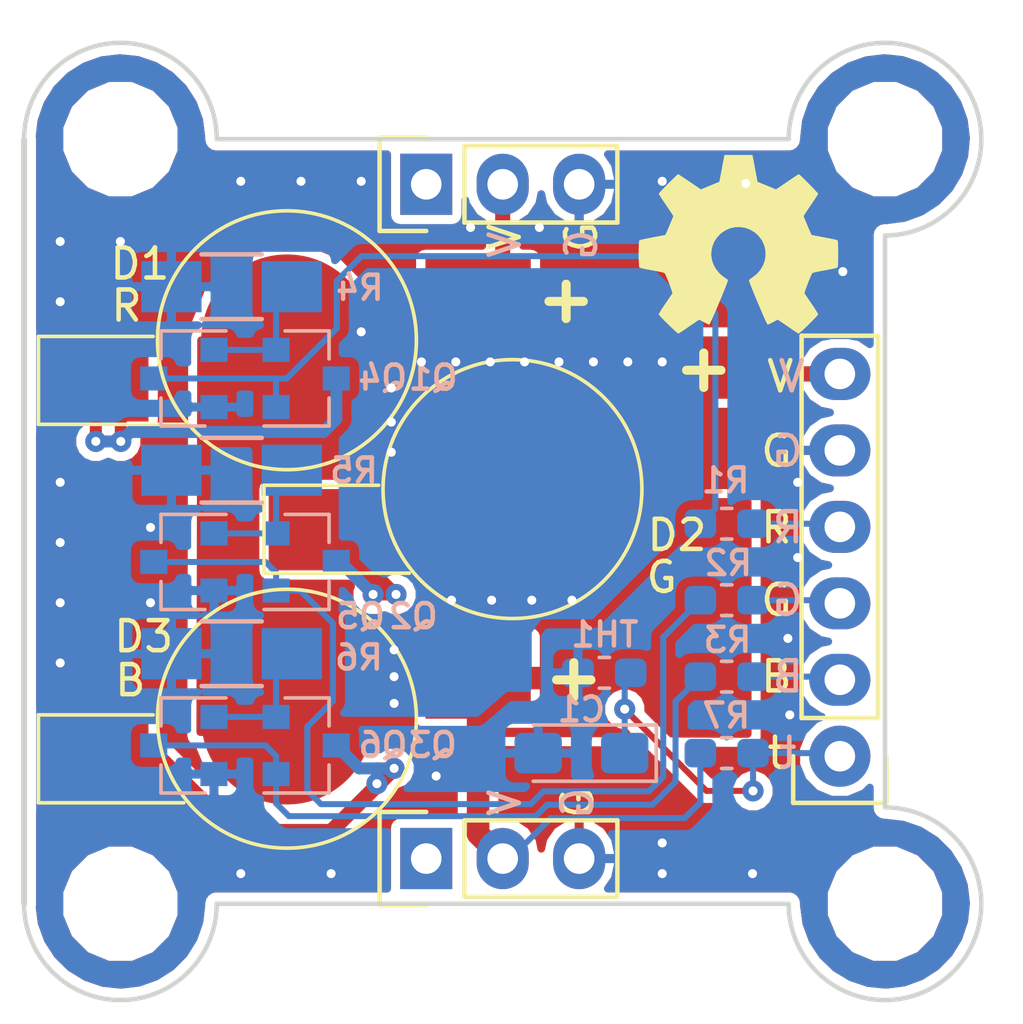
<source format=kicad_pcb>
(kicad_pcb (version 20171130) (host pcbnew "(5.0.1)-4")

  (general
    (thickness 1.6)
    (drawings 34)
    (tracks 182)
    (zones 0)
    (modules 26)
    (nets 16)
  )

  (page A4)
  (layers
    (0 F.Cu signal)
    (31 B.Cu signal)
    (32 B.Adhes user)
    (33 F.Adhes user)
    (34 B.Paste user)
    (35 F.Paste user)
    (36 B.SilkS user)
    (37 F.SilkS user)
    (38 B.Mask user hide)
    (39 F.Mask user)
    (40 Dwgs.User user)
    (41 Cmts.User user)
    (42 Eco1.User user)
    (43 Eco2.User user)
    (44 Edge.Cuts user)
    (45 Margin user)
    (46 B.CrtYd user)
    (47 F.CrtYd user)
    (48 B.Fab user)
    (49 F.Fab user)
  )

  (setup
    (last_trace_width 0.4)
    (user_trace_width 0.3)
    (user_trace_width 0.4)
    (user_trace_width 0.5)
    (user_trace_width 0.75)
    (user_trace_width 2)
    (user_trace_width 3)
    (trace_clearance 0.2)
    (zone_clearance 0.3)
    (zone_45_only no)
    (trace_min 0.2)
    (segment_width 0.2)
    (edge_width 0.15)
    (via_size 0.7)
    (via_drill 0.3)
    (via_min_size 0.7)
    (via_min_drill 0.3)
    (uvia_size 0.3)
    (uvia_drill 0.1)
    (uvias_allowed no)
    (uvia_min_size 0.2)
    (uvia_min_drill 0.1)
    (pcb_text_width 0.3)
    (pcb_text_size 1.5 1.5)
    (mod_edge_width 0.15)
    (mod_text_size 1 1)
    (mod_text_width 0.15)
    (pad_size 5.7 5.7)
    (pad_drill 0)
    (pad_to_mask_clearance 0.2)
    (solder_mask_min_width 0.25)
    (aux_axis_origin 0 0)
    (visible_elements 7FFDFF7F)
    (pcbplotparams
      (layerselection 0x010fc_ffffffff)
      (usegerberextensions false)
      (usegerberattributes false)
      (usegerberadvancedattributes false)
      (creategerberjobfile false)
      (excludeedgelayer true)
      (linewidth 0.100000)
      (plotframeref false)
      (viasonmask false)
      (mode 1)
      (useauxorigin false)
      (hpglpennumber 1)
      (hpglpenspeed 20)
      (hpglpendiameter 15.000000)
      (psnegative false)
      (psa4output false)
      (plotreference true)
      (plotvalue true)
      (plotinvisibletext false)
      (padsonsilk false)
      (subtractmaskfromsilk false)
      (outputformat 1)
      (mirror false)
      (drillshape 1)
      (scaleselection 1)
      (outputdirectory ""))
  )

  (net 0 "")
  (net 1 GND)
  (net 2 +5V)
  (net 3 "Net-(D1-Pad1)")
  (net 4 R)
  (net 5 G)
  (net 6 B)
  (net 7 TC)
  (net 8 "Net-(Q1-Pad1)")
  (net 9 "Net-(Q2-Pad1)")
  (net 10 "Net-(Q3-Pad1)")
  (net 11 "Net-(Q1-Pad2)")
  (net 12 "Net-(Q2-Pad2)")
  (net 13 "Net-(Q3-Pad2)")
  (net 14 "Net-(D2-Pad1)")
  (net 15 "Net-(D3-Pad1)")

  (net_class Default "Это класс цепей по умолчанию."
    (clearance 0.2)
    (trace_width 0.2)
    (via_dia 0.7)
    (via_drill 0.3)
    (uvia_dia 0.3)
    (uvia_drill 0.1)
    (diff_pair_gap 0.3)
    (diff_pair_width 0.3)
    (add_net +5V)
    (add_net B)
    (add_net G)
    (add_net GND)
    (add_net "Net-(D1-Pad1)")
    (add_net "Net-(D2-Pad1)")
    (add_net "Net-(D3-Pad1)")
    (add_net "Net-(Q1-Pad1)")
    (add_net "Net-(Q1-Pad2)")
    (add_net "Net-(Q2-Pad1)")
    (add_net "Net-(Q2-Pad2)")
    (add_net "Net-(Q3-Pad1)")
    (add_net "Net-(Q3-Pad2)")
    (add_net R)
    (add_net TC)
  )

  (module Mounting_Holes:MountingHole_3.2mm_M3 (layer F.Cu) (tedit 5BF192A6) (tstamp 5BF4F449)
    (at 125.4 100)
    (descr "Mounting Hole 3.2mm, no annular, M3")
    (tags "mounting hole 3.2mm no annular m3")
    (attr virtual)
    (fp_text reference REF** (at 0 -4.2) (layer F.SilkS) hide
      (effects (font (size 1 1) (thickness 0.15)))
    )
    (fp_text value MountingHole_3.2mm_M3 (at 0 4.2) (layer F.Fab)
      (effects (font (size 1 1) (thickness 0.15)))
    )
    (fp_circle (center 0 0) (end 3.45 0) (layer F.CrtYd) (width 0.05))
    (fp_circle (center 0 0) (end 3.2 0) (layer Cmts.User) (width 0.15))
    (fp_text user %R (at 0.3 0) (layer F.Fab)
      (effects (font (size 1 1) (thickness 0.15)))
    )
    (pad 1 np_thru_hole circle (at 0 0) (size 3.2 3.2) (drill 3.2) (layers *.Cu *.Mask))
  )

  (module Mounting_Holes:MountingHole_3.2mm_M3 (layer F.Cu) (tedit 5BF192A6) (tstamp 5BF4F234)
    (at 125.4 74.6)
    (descr "Mounting Hole 3.2mm, no annular, M3")
    (tags "mounting hole 3.2mm no annular m3")
    (attr virtual)
    (fp_text reference REF** (at 0 -4.2) (layer F.SilkS) hide
      (effects (font (size 1 1) (thickness 0.15)))
    )
    (fp_text value MountingHole_3.2mm_M3 (at 0 4.2) (layer F.Fab)
      (effects (font (size 1 1) (thickness 0.15)))
    )
    (fp_text user %R (at 0.3 0) (layer F.Fab)
      (effects (font (size 1 1) (thickness 0.15)))
    )
    (fp_circle (center 0 0) (end 3.2 0) (layer Cmts.User) (width 0.15))
    (fp_circle (center 0 0) (end 3.45 0) (layer F.CrtYd) (width 0.05))
    (pad 1 np_thru_hole circle (at 0 0) (size 3.2 3.2) (drill 3.2) (layers *.Cu *.Mask))
  )

  (module Mounting_Holes:MountingHole_3.2mm_M3 (layer F.Cu) (tedit 5BF192A6) (tstamp 5BF4EFE1)
    (at 100 74.6)
    (descr "Mounting Hole 3.2mm, no annular, M3")
    (tags "mounting hole 3.2mm no annular m3")
    (attr virtual)
    (fp_text reference REF** (at 0 -4.2) (layer F.SilkS) hide
      (effects (font (size 1 1) (thickness 0.15)))
    )
    (fp_text value MountingHole_3.2mm_M3 (at 0 4.2) (layer F.Fab)
      (effects (font (size 1 1) (thickness 0.15)))
    )
    (fp_circle (center 0 0) (end 3.45 0) (layer F.CrtYd) (width 0.05))
    (fp_circle (center 0 0) (end 3.2 0) (layer Cmts.User) (width 0.15))
    (fp_text user %R (at 0.3 0) (layer F.Fab)
      (effects (font (size 1 1) (thickness 0.15)))
    )
    (pad 1 np_thru_hole circle (at 0 0) (size 3.2 3.2) (drill 3.2) (layers *.Cu *.Mask))
  )

  (module Pin_Headers:Pin_Header_Straight_1x06 locked (layer F.Cu) (tedit 5BF17C70) (tstamp 5BEBFD29)
    (at 123.9 95.1 180)
    (descr "Through hole pin header")
    (tags "pin header")
    (path /5BDF5ACE)
    (fp_text reference J1 (at 0.202 15.598 180) (layer F.SilkS) hide
      (effects (font (size 1 1) (thickness 0.15)))
    )
    (fp_text value Conn_01x06_Male (at 0 -3.1 180) (layer F.Fab)
      (effects (font (size 1 1) (thickness 0.15)))
    )
    (fp_line (start -1.55 -1.55) (end 1.55 -1.55) (layer F.SilkS) (width 0.15))
    (fp_line (start -1.55 0) (end -1.55 -1.55) (layer F.SilkS) (width 0.15))
    (fp_line (start 1.27 1.27) (end -1.27 1.27) (layer F.SilkS) (width 0.15))
    (fp_line (start 1.55 -1.55) (end 1.55 0) (layer F.SilkS) (width 0.15))
    (fp_line (start -1.27 13.97) (end -1.27 1.27) (layer F.SilkS) (width 0.15))
    (fp_line (start 1.27 13.97) (end -1.27 13.97) (layer F.SilkS) (width 0.15))
    (fp_line (start 1.27 1.27) (end 1.27 13.97) (layer F.SilkS) (width 0.15))
    (fp_line (start -1.75 14.45) (end 1.75 14.45) (layer F.CrtYd) (width 0.05))
    (fp_line (start -1.75 -1.75) (end 1.75 -1.75) (layer F.CrtYd) (width 0.05))
    (fp_line (start 1.75 -1.75) (end 1.75 14.45) (layer F.CrtYd) (width 0.05))
    (fp_line (start -1.75 -1.75) (end -1.75 14.45) (layer F.CrtYd) (width 0.05))
    (pad 6 thru_hole oval (at 0 12.7 180) (size 2.032 1.7272) (drill 1.016) (layers *.Cu *.Mask)
      (net 2 +5V))
    (pad 5 thru_hole oval (at 0 10.16 180) (size 2.032 1.7272) (drill 1.016) (layers *.Cu *.Mask)
      (net 1 GND))
    (pad 4 thru_hole oval (at 0 7.62 180) (size 2.032 1.7272) (drill 1.016) (layers *.Cu *.Mask)
      (net 4 R))
    (pad 3 thru_hole oval (at 0 5.08 180) (size 2.032 1.7272) (drill 1.016) (layers *.Cu *.Mask)
      (net 5 G))
    (pad 2 thru_hole oval (at 0 2.54 180) (size 2.032 1.7272) (drill 1.016) (layers *.Cu *.Mask)
      (net 6 B))
    (pad 1 thru_hole circle (at 0 0 180) (size 2.032 2.032) (drill 1.016) (layers *.Cu *.Mask)
      (net 7 TC))
    (model ${KISYS3DMOD}/Socket_Strips.3dshapes/Socket_Strip_Straight_1x06.wrl
      (offset (xyz 0 -6.33 -1.5))
      (scale (xyz 1 1 1))
      (rotate (xyz -180 0 -90))
    )
  )

  (module Resistors_SMD:R_1206_HandSoldering (layer B.Cu) (tedit 5BF167D8) (tstamp 5BEC0E9E)
    (at 103.6955 79.502)
    (descr "Resistor SMD 1206, hand soldering")
    (tags "resistor 1206")
    (path /5BDE1B4D)
    (attr smd)
    (fp_text reference R4 (at 4.2545 0.0381) (layer B.SilkS)
      (effects (font (size 0.8 0.8) (thickness 0.15)) (justify mirror))
    )
    (fp_text value 1,8R (at 0 -2.3) (layer B.Fab)
      (effects (font (size 1 1) (thickness 0.15)) (justify mirror))
    )
    (fp_line (start -1.6 -0.8) (end -1.6 0.8) (layer B.Fab) (width 0.1))
    (fp_line (start 1.6 -0.8) (end -1.6 -0.8) (layer B.Fab) (width 0.1))
    (fp_line (start 1.6 0.8) (end 1.6 -0.8) (layer B.Fab) (width 0.1))
    (fp_line (start -1.6 0.8) (end 1.6 0.8) (layer B.Fab) (width 0.1))
    (fp_line (start -3.3 1.2) (end 3.3 1.2) (layer B.CrtYd) (width 0.05))
    (fp_line (start -3.3 -1.2) (end 3.3 -1.2) (layer B.CrtYd) (width 0.05))
    (fp_line (start -3.3 1.2) (end -3.3 -1.2) (layer B.CrtYd) (width 0.05))
    (fp_line (start 3.3 1.2) (end 3.3 -1.2) (layer B.CrtYd) (width 0.05))
    (fp_line (start 1 -1.075) (end -1 -1.075) (layer B.SilkS) (width 0.15))
    (fp_line (start -1 1.075) (end 1 1.075) (layer B.SilkS) (width 0.15))
    (pad 1 smd rect (at -2 0) (size 2 1.7) (layers B.Cu B.Paste B.Mask)
      (net 1 GND))
    (pad 2 smd rect (at 2 0) (size 2 1.7) (layers B.Cu B.Paste B.Mask)
      (net 11 "Net-(Q1-Pad2)"))
    (model Resistors_SMD.3dshapes/R_1206_HandSoldering.wrl
      (at (xyz 0 0 0))
      (scale (xyz 1 1 1))
      (rotate (xyz 0 0 0))
    )
  )

  (module Resistors_SMD:R_1206_HandSoldering (layer B.Cu) (tedit 5BF167EF) (tstamp 5BEC0EAE)
    (at 103.6955 85.598)
    (descr "Resistor SMD 1206, hand soldering")
    (tags "resistor 1206")
    (path /5BDE589D)
    (attr smd)
    (fp_text reference R5 (at 4.064 0.0127) (layer B.SilkS)
      (effects (font (size 0.8 0.8) (thickness 0.15)) (justify mirror))
    )
    (fp_text value 1,8R (at 0 -2.3) (layer B.Fab)
      (effects (font (size 1 1) (thickness 0.15)) (justify mirror))
    )
    (fp_line (start -1.6 -0.8) (end -1.6 0.8) (layer B.Fab) (width 0.1))
    (fp_line (start 1.6 -0.8) (end -1.6 -0.8) (layer B.Fab) (width 0.1))
    (fp_line (start 1.6 0.8) (end 1.6 -0.8) (layer B.Fab) (width 0.1))
    (fp_line (start -1.6 0.8) (end 1.6 0.8) (layer B.Fab) (width 0.1))
    (fp_line (start -3.3 1.2) (end 3.3 1.2) (layer B.CrtYd) (width 0.05))
    (fp_line (start -3.3 -1.2) (end 3.3 -1.2) (layer B.CrtYd) (width 0.05))
    (fp_line (start -3.3 1.2) (end -3.3 -1.2) (layer B.CrtYd) (width 0.05))
    (fp_line (start 3.3 1.2) (end 3.3 -1.2) (layer B.CrtYd) (width 0.05))
    (fp_line (start 1 -1.075) (end -1 -1.075) (layer B.SilkS) (width 0.15))
    (fp_line (start -1 1.075) (end 1 1.075) (layer B.SilkS) (width 0.15))
    (pad 1 smd rect (at -2 0) (size 2 1.7) (layers B.Cu B.Paste B.Mask)
      (net 1 GND))
    (pad 2 smd rect (at 2 0) (size 2 1.7) (layers B.Cu B.Paste B.Mask)
      (net 12 "Net-(Q2-Pad2)"))
    (model Resistors_SMD.3dshapes/R_1206_HandSoldering.wrl
      (at (xyz 0 0 0))
      (scale (xyz 1 1 1))
      (rotate (xyz 0 0 0))
    )
  )

  (module Resistors_SMD:R_1206_HandSoldering (layer B.Cu) (tedit 5BF167AB) (tstamp 5BEC0EBE)
    (at 103.6955 91.694)
    (descr "Resistor SMD 1206, hand soldering")
    (tags "resistor 1206")
    (path /5BDE7A9F)
    (attr smd)
    (fp_text reference R6 (at 4.2291 0.127) (layer B.SilkS)
      (effects (font (size 0.8 0.8) (thickness 0.15)) (justify mirror))
    )
    (fp_text value 1,8R (at 0 -2.3) (layer B.Fab)
      (effects (font (size 1 1) (thickness 0.15)) (justify mirror))
    )
    (fp_line (start -1 1.075) (end 1 1.075) (layer B.SilkS) (width 0.15))
    (fp_line (start 1 -1.075) (end -1 -1.075) (layer B.SilkS) (width 0.15))
    (fp_line (start 3.3 1.2) (end 3.3 -1.2) (layer B.CrtYd) (width 0.05))
    (fp_line (start -3.3 1.2) (end -3.3 -1.2) (layer B.CrtYd) (width 0.05))
    (fp_line (start -3.3 -1.2) (end 3.3 -1.2) (layer B.CrtYd) (width 0.05))
    (fp_line (start -3.3 1.2) (end 3.3 1.2) (layer B.CrtYd) (width 0.05))
    (fp_line (start -1.6 0.8) (end 1.6 0.8) (layer B.Fab) (width 0.1))
    (fp_line (start 1.6 0.8) (end 1.6 -0.8) (layer B.Fab) (width 0.1))
    (fp_line (start 1.6 -0.8) (end -1.6 -0.8) (layer B.Fab) (width 0.1))
    (fp_line (start -1.6 -0.8) (end -1.6 0.8) (layer B.Fab) (width 0.1))
    (pad 2 smd rect (at 2 0) (size 2 1.7) (layers B.Cu B.Paste B.Mask)
      (net 13 "Net-(Q3-Pad2)"))
    (pad 1 smd rect (at -2 0) (size 2 1.7) (layers B.Cu B.Paste B.Mask)
      (net 1 GND))
    (model Resistors_SMD.3dshapes/R_1206_HandSoldering.wrl
      (at (xyz 0 0 0))
      (scale (xyz 1 1 1))
      (rotate (xyz 0 0 0))
    )
  )

  (module Socket_Strips:Socket_Strip_Straight_1x03 locked (layer F.Cu) (tedit 5BF17D86) (tstamp 5BECCDC9)
    (at 110.16 76.1)
    (descr "Through hole socket strip")
    (tags "socket strip")
    (path /5BEC06C8)
    (fp_text reference J2 (at -2.76 0) (layer F.SilkS) hide
      (effects (font (size 1 1) (thickness 0.15)))
    )
    (fp_text value Conn_01x03_Female (at 0 -3.1) (layer F.Fab)
      (effects (font (size 1 1) (thickness 0.15)))
    )
    (fp_line (start 0 -1.55) (end -1.55 -1.55) (layer F.SilkS) (width 0.15))
    (fp_line (start -1.55 -1.55) (end -1.55 1.55) (layer F.SilkS) (width 0.15))
    (fp_line (start -1.55 1.55) (end 0 1.55) (layer F.SilkS) (width 0.15))
    (fp_line (start -1.75 -1.75) (end -1.75 1.75) (layer F.CrtYd) (width 0.05))
    (fp_line (start 6.85 -1.75) (end 6.85 1.75) (layer F.CrtYd) (width 0.05))
    (fp_line (start -1.75 -1.75) (end 6.85 -1.75) (layer F.CrtYd) (width 0.05))
    (fp_line (start -1.75 1.75) (end 6.85 1.75) (layer F.CrtYd) (width 0.05))
    (fp_line (start 1.27 -1.27) (end 6.35 -1.27) (layer F.SilkS) (width 0.15))
    (fp_line (start 6.35 -1.27) (end 6.35 1.27) (layer F.SilkS) (width 0.15))
    (fp_line (start 6.35 1.27) (end 1.27 1.27) (layer F.SilkS) (width 0.15))
    (fp_line (start 1.27 1.27) (end 1.27 -1.27) (layer F.SilkS) (width 0.15))
    (pad 1 thru_hole rect (at 0 0) (size 1.7272 2.032) (drill 1.016) (layers *.Cu *.Mask))
    (pad 2 thru_hole oval (at 2.54 0) (size 1.7272 2.032) (drill 1.016) (layers *.Cu *.Mask)
      (net 2 +5V))
    (pad 3 thru_hole oval (at 5.08 0) (size 1.7272 2.032) (drill 1.016) (layers *.Cu *.Mask)
      (net 1 GND))
    (model Socket_Strips.3dshapes/Socket_Strip_Straight_1x03.wrl
      (offset (xyz 2.54 0 -1.5))
      (scale (xyz 1 1 1))
      (rotate (xyz 180 0 180))
    )
  )

  (module Socket_Strips:Socket_Strip_Straight_1x03 locked (layer F.Cu) (tedit 5BF17DD3) (tstamp 5BECCDDB)
    (at 110.16 98.5)
    (descr "Through hole socket strip")
    (tags "socket strip")
    (path /5BEC05C8)
    (fp_text reference J3 (at -2.56 0) (layer F.SilkS) hide
      (effects (font (size 1 1) (thickness 0.15)))
    )
    (fp_text value Conn_01x03_Female (at 0 -3.1) (layer F.Fab)
      (effects (font (size 1 1) (thickness 0.15)))
    )
    (fp_line (start 1.27 1.27) (end 1.27 -1.27) (layer F.SilkS) (width 0.15))
    (fp_line (start 6.35 1.27) (end 1.27 1.27) (layer F.SilkS) (width 0.15))
    (fp_line (start 6.35 -1.27) (end 6.35 1.27) (layer F.SilkS) (width 0.15))
    (fp_line (start 1.27 -1.27) (end 6.35 -1.27) (layer F.SilkS) (width 0.15))
    (fp_line (start -1.75 1.75) (end 6.85 1.75) (layer F.CrtYd) (width 0.05))
    (fp_line (start -1.75 -1.75) (end 6.85 -1.75) (layer F.CrtYd) (width 0.05))
    (fp_line (start 6.85 -1.75) (end 6.85 1.75) (layer F.CrtYd) (width 0.05))
    (fp_line (start -1.75 -1.75) (end -1.75 1.75) (layer F.CrtYd) (width 0.05))
    (fp_line (start -1.55 1.55) (end 0 1.55) (layer F.SilkS) (width 0.15))
    (fp_line (start -1.55 -1.55) (end -1.55 1.55) (layer F.SilkS) (width 0.15))
    (fp_line (start 0 -1.55) (end -1.55 -1.55) (layer F.SilkS) (width 0.15))
    (pad 3 thru_hole oval (at 5.08 0) (size 1.7272 2.032) (drill 1.016) (layers *.Cu *.Mask)
      (net 1 GND))
    (pad 2 thru_hole oval (at 2.54 0) (size 1.7272 2.032) (drill 1.016) (layers *.Cu *.Mask)
      (net 2 +5V))
    (pad 1 thru_hole rect (at 0 0) (size 1.7272 2.032) (drill 1.016) (layers *.Cu *.Mask))
    (model Socket_Strips.3dshapes/Socket_Strip_Straight_1x03.wrl
      (offset (xyz 2.54 0 -1.5))
      (scale (xyz 1 1 1))
      (rotate (xyz 180 0 180))
    )
  )

  (module Resistor_SMD:R_0603_1608Metric_Pad1.05x0.95mm_HandSolder (layer B.Cu) (tedit 5BF16720) (tstamp 5BF05B99)
    (at 120.142 87.376)
    (descr "Resistor SMD 0603 (1608 Metric), square (rectangular) end terminal, IPC_7351 nominal with elongated pad for handsoldering. (Body size source: http://www.tortai-tech.com/upload/download/2011102023233369053.pdf), generated with kicad-footprint-generator")
    (tags "resistor handsolder")
    (path /5BDDFE17)
    (attr smd)
    (fp_text reference R1 (at -0.0381 -1.4351) (layer B.SilkS)
      (effects (font (size 0.8 0.8) (thickness 0.15)) (justify mirror))
    )
    (fp_text value 47k (at 0 -1.43) (layer B.Fab)
      (effects (font (size 1 1) (thickness 0.15)) (justify mirror))
    )
    (fp_line (start -0.8 -0.4) (end -0.8 0.4) (layer B.Fab) (width 0.1))
    (fp_line (start -0.8 0.4) (end 0.8 0.4) (layer B.Fab) (width 0.1))
    (fp_line (start 0.8 0.4) (end 0.8 -0.4) (layer B.Fab) (width 0.1))
    (fp_line (start 0.8 -0.4) (end -0.8 -0.4) (layer B.Fab) (width 0.1))
    (fp_line (start -0.171267 0.51) (end 0.171267 0.51) (layer B.SilkS) (width 0.12))
    (fp_line (start -0.171267 -0.51) (end 0.171267 -0.51) (layer B.SilkS) (width 0.12))
    (fp_line (start -1.65 -0.73) (end -1.65 0.73) (layer B.CrtYd) (width 0.05))
    (fp_line (start -1.65 0.73) (end 1.65 0.73) (layer B.CrtYd) (width 0.05))
    (fp_line (start 1.65 0.73) (end 1.65 -0.73) (layer B.CrtYd) (width 0.05))
    (fp_line (start 1.65 -0.73) (end -1.65 -0.73) (layer B.CrtYd) (width 0.05))
    (fp_text user %R (at 0 0) (layer B.Fab)
      (effects (font (size 0.4 0.4) (thickness 0.06)) (justify mirror))
    )
    (pad 1 smd roundrect (at -0.875 0) (size 1.05 0.95) (layers B.Cu B.Paste B.Mask) (roundrect_rratio 0.25)
      (net 8 "Net-(Q1-Pad1)"))
    (pad 2 smd roundrect (at 0.875 0) (size 1.05 0.95) (layers B.Cu B.Paste B.Mask) (roundrect_rratio 0.25)
      (net 4 R))
    (model ${KISYS3DMOD}/Resistor_SMD.3dshapes/R_0603_1608Metric.wrl
      (at (xyz 0 0 0))
      (scale (xyz 1 1 1))
      (rotate (xyz 0 0 0))
    )
  )

  (module Resistor_SMD:R_0603_1608Metric_Pad1.05x0.95mm_HandSolder (layer B.Cu) (tedit 5BF16728) (tstamp 5BF05BAA)
    (at 120.142 89.916)
    (descr "Resistor SMD 0603 (1608 Metric), square (rectangular) end terminal, IPC_7351 nominal with elongated pad for handsoldering. (Body size source: http://www.tortai-tech.com/upload/download/2011102023233369053.pdf), generated with kicad-footprint-generator")
    (tags "resistor handsolder")
    (path /5BDE6331)
    (attr smd)
    (fp_text reference R2 (at 0.0508 -1.2319) (layer B.SilkS)
      (effects (font (size 0.8 0.8) (thickness 0.15)) (justify mirror))
    )
    (fp_text value 47k (at 0 -1.43) (layer B.Fab)
      (effects (font (size 1 1) (thickness 0.15)) (justify mirror))
    )
    (fp_line (start -0.8 -0.4) (end -0.8 0.4) (layer B.Fab) (width 0.1))
    (fp_line (start -0.8 0.4) (end 0.8 0.4) (layer B.Fab) (width 0.1))
    (fp_line (start 0.8 0.4) (end 0.8 -0.4) (layer B.Fab) (width 0.1))
    (fp_line (start 0.8 -0.4) (end -0.8 -0.4) (layer B.Fab) (width 0.1))
    (fp_line (start -0.171267 0.51) (end 0.171267 0.51) (layer B.SilkS) (width 0.12))
    (fp_line (start -0.171267 -0.51) (end 0.171267 -0.51) (layer B.SilkS) (width 0.12))
    (fp_line (start -1.65 -0.73) (end -1.65 0.73) (layer B.CrtYd) (width 0.05))
    (fp_line (start -1.65 0.73) (end 1.65 0.73) (layer B.CrtYd) (width 0.05))
    (fp_line (start 1.65 0.73) (end 1.65 -0.73) (layer B.CrtYd) (width 0.05))
    (fp_line (start 1.65 -0.73) (end -1.65 -0.73) (layer B.CrtYd) (width 0.05))
    (fp_text user %R (at 0 0) (layer B.Fab)
      (effects (font (size 0.4 0.4) (thickness 0.06)) (justify mirror))
    )
    (pad 1 smd roundrect (at -0.875 0) (size 1.05 0.95) (layers B.Cu B.Paste B.Mask) (roundrect_rratio 0.25)
      (net 9 "Net-(Q2-Pad1)"))
    (pad 2 smd roundrect (at 0.875 0) (size 1.05 0.95) (layers B.Cu B.Paste B.Mask) (roundrect_rratio 0.25)
      (net 5 G))
    (model ${KISYS3DMOD}/Resistor_SMD.3dshapes/R_0603_1608Metric.wrl
      (at (xyz 0 0 0))
      (scale (xyz 1 1 1))
      (rotate (xyz 0 0 0))
    )
  )

  (module Resistor_SMD:R_0603_1608Metric_Pad1.05x0.95mm_HandSolder (layer B.Cu) (tedit 5BF16738) (tstamp 5BF05BBB)
    (at 120.142 92.456)
    (descr "Resistor SMD 0603 (1608 Metric), square (rectangular) end terminal, IPC_7351 nominal with elongated pad for handsoldering. (Body size source: http://www.tortai-tech.com/upload/download/2011102023233369053.pdf), generated with kicad-footprint-generator")
    (tags "resistor handsolder")
    (path /5BDE7B03)
    (attr smd)
    (fp_text reference R3 (at 0.0254 -1.2192) (layer B.SilkS)
      (effects (font (size 0.8 0.8) (thickness 0.15)) (justify mirror))
    )
    (fp_text value 47k (at 0 -1.43) (layer B.Fab)
      (effects (font (size 1 1) (thickness 0.15)) (justify mirror))
    )
    (fp_text user %R (at 0 0) (layer B.Fab)
      (effects (font (size 0.4 0.4) (thickness 0.06)) (justify mirror))
    )
    (fp_line (start 1.65 -0.73) (end -1.65 -0.73) (layer B.CrtYd) (width 0.05))
    (fp_line (start 1.65 0.73) (end 1.65 -0.73) (layer B.CrtYd) (width 0.05))
    (fp_line (start -1.65 0.73) (end 1.65 0.73) (layer B.CrtYd) (width 0.05))
    (fp_line (start -1.65 -0.73) (end -1.65 0.73) (layer B.CrtYd) (width 0.05))
    (fp_line (start -0.171267 -0.51) (end 0.171267 -0.51) (layer B.SilkS) (width 0.12))
    (fp_line (start -0.171267 0.51) (end 0.171267 0.51) (layer B.SilkS) (width 0.12))
    (fp_line (start 0.8 -0.4) (end -0.8 -0.4) (layer B.Fab) (width 0.1))
    (fp_line (start 0.8 0.4) (end 0.8 -0.4) (layer B.Fab) (width 0.1))
    (fp_line (start -0.8 0.4) (end 0.8 0.4) (layer B.Fab) (width 0.1))
    (fp_line (start -0.8 -0.4) (end -0.8 0.4) (layer B.Fab) (width 0.1))
    (pad 2 smd roundrect (at 0.875 0) (size 1.05 0.95) (layers B.Cu B.Paste B.Mask) (roundrect_rratio 0.25)
      (net 6 B))
    (pad 1 smd roundrect (at -0.875 0) (size 1.05 0.95) (layers B.Cu B.Paste B.Mask) (roundrect_rratio 0.25)
      (net 10 "Net-(Q3-Pad1)"))
    (model ${KISYS3DMOD}/Resistor_SMD.3dshapes/R_0603_1608Metric.wrl
      (at (xyz 0 0 0))
      (scale (xyz 1 1 1))
      (rotate (xyz 0 0 0))
    )
  )

  (module Resistor_SMD:R_0603_1608Metric_Pad1.05x0.95mm_HandSolder (layer B.Cu) (tedit 5BF16749) (tstamp 5BF05BCC)
    (at 120.142 94.996 180)
    (descr "Resistor SMD 0603 (1608 Metric), square (rectangular) end terminal, IPC_7351 nominal with elongated pad for handsoldering. (Body size source: http://www.tortai-tech.com/upload/download/2011102023233369053.pdf), generated with kicad-footprint-generator")
    (tags "resistor handsolder")
    (path /5BDF74F5)
    (attr smd)
    (fp_text reference R7 (at 0.0127 1.2446 180) (layer B.SilkS)
      (effects (font (size 0.8 0.8) (thickness 0.15)) (justify mirror))
    )
    (fp_text value 4,7k (at 0 -1.43 180) (layer B.Fab)
      (effects (font (size 1 1) (thickness 0.15)) (justify mirror))
    )
    (fp_text user %R (at 0 0 180) (layer B.Fab)
      (effects (font (size 0.4 0.4) (thickness 0.06)) (justify mirror))
    )
    (fp_line (start 1.65 -0.73) (end -1.65 -0.73) (layer B.CrtYd) (width 0.05))
    (fp_line (start 1.65 0.73) (end 1.65 -0.73) (layer B.CrtYd) (width 0.05))
    (fp_line (start -1.65 0.73) (end 1.65 0.73) (layer B.CrtYd) (width 0.05))
    (fp_line (start -1.65 -0.73) (end -1.65 0.73) (layer B.CrtYd) (width 0.05))
    (fp_line (start -0.171267 -0.51) (end 0.171267 -0.51) (layer B.SilkS) (width 0.12))
    (fp_line (start -0.171267 0.51) (end 0.171267 0.51) (layer B.SilkS) (width 0.12))
    (fp_line (start 0.8 -0.4) (end -0.8 -0.4) (layer B.Fab) (width 0.1))
    (fp_line (start 0.8 0.4) (end 0.8 -0.4) (layer B.Fab) (width 0.1))
    (fp_line (start -0.8 0.4) (end 0.8 0.4) (layer B.Fab) (width 0.1))
    (fp_line (start -0.8 -0.4) (end -0.8 0.4) (layer B.Fab) (width 0.1))
    (pad 2 smd roundrect (at 0.875 0 180) (size 1.05 0.95) (layers B.Cu B.Paste B.Mask) (roundrect_rratio 0.25)
      (net 2 +5V))
    (pad 1 smd roundrect (at -0.875 0 180) (size 1.05 0.95) (layers B.Cu B.Paste B.Mask) (roundrect_rratio 0.25)
      (net 7 TC))
    (model ${KISYS3DMOD}/Resistor_SMD.3dshapes/R_0603_1608Metric.wrl
      (at (xyz 0 0 0))
      (scale (xyz 1 1 1))
      (rotate (xyz 0 0 0))
    )
  )

  (module Resistor_SMD:R_0603_1608Metric_Pad1.05x0.95mm_HandSolder (layer B.Cu) (tedit 5BF16741) (tstamp 5BF05BDD)
    (at 116.078 92.329 180)
    (descr "Resistor SMD 0603 (1608 Metric), square (rectangular) end terminal, IPC_7351 nominal with elongated pad for handsoldering. (Body size source: http://www.tortai-tech.com/upload/download/2011102023233369053.pdf), generated with kicad-footprint-generator")
    (tags "resistor handsolder")
    (path /5BDF7445)
    (attr smd)
    (fp_text reference TH1 (at -0.0127 1.27 180) (layer B.SilkS)
      (effects (font (size 0.8 0.8) (thickness 0.15)) (justify mirror))
    )
    (fp_text value Thermistor_NTC (at 0 -1.43 180) (layer B.Fab)
      (effects (font (size 1 1) (thickness 0.15)) (justify mirror))
    )
    (fp_line (start -0.8 -0.4) (end -0.8 0.4) (layer B.Fab) (width 0.1))
    (fp_line (start -0.8 0.4) (end 0.8 0.4) (layer B.Fab) (width 0.1))
    (fp_line (start 0.8 0.4) (end 0.8 -0.4) (layer B.Fab) (width 0.1))
    (fp_line (start 0.8 -0.4) (end -0.8 -0.4) (layer B.Fab) (width 0.1))
    (fp_line (start -0.171267 0.51) (end 0.171267 0.51) (layer B.SilkS) (width 0.12))
    (fp_line (start -0.171267 -0.51) (end 0.171267 -0.51) (layer B.SilkS) (width 0.12))
    (fp_line (start -1.65 -0.73) (end -1.65 0.73) (layer B.CrtYd) (width 0.05))
    (fp_line (start -1.65 0.73) (end 1.65 0.73) (layer B.CrtYd) (width 0.05))
    (fp_line (start 1.65 0.73) (end 1.65 -0.73) (layer B.CrtYd) (width 0.05))
    (fp_line (start 1.65 -0.73) (end -1.65 -0.73) (layer B.CrtYd) (width 0.05))
    (fp_text user %R (at 0 0 180) (layer B.Fab)
      (effects (font (size 0.4 0.4) (thickness 0.06)) (justify mirror))
    )
    (pad 1 smd roundrect (at -0.875 0 180) (size 1.05 0.95) (layers B.Cu B.Paste B.Mask) (roundrect_rratio 0.25)
      (net 7 TC))
    (pad 2 smd roundrect (at 0.875 0 180) (size 1.05 0.95) (layers B.Cu B.Paste B.Mask) (roundrect_rratio 0.25)
      (net 1 GND))
    (model ${KISYS3DMOD}/Resistor_SMD.3dshapes/R_0603_1608Metric.wrl
      (at (xyz 0 0 0))
      (scale (xyz 1 1 1))
      (rotate (xyz 0 0 0))
    )
  )

  (module Package_TO_SOT_SMD:SOT-23 (layer B.Cu) (tedit 5BF167C5) (tstamp 5BF05E3C)
    (at 106.172 82.55)
    (descr "SOT-23, Standard")
    (tags SOT-23)
    (path /5BDE28E1)
    (attr smd)
    (fp_text reference Q1 (at 4.2164 -0.0254) (layer B.SilkS)
      (effects (font (size 0.8 0.8) (thickness 0.15)) (justify mirror))
    )
    (fp_text value IRLML2060TRPBF (at 0 -2.5) (layer B.Fab)
      (effects (font (size 1 1) (thickness 0.15)) (justify mirror))
    )
    (fp_text user %R (at 0 0 90) (layer B.Fab)
      (effects (font (size 0.5 0.5) (thickness 0.075)) (justify mirror))
    )
    (fp_line (start -0.7 0.95) (end -0.7 -1.5) (layer B.Fab) (width 0.1))
    (fp_line (start -0.15 1.52) (end 0.7 1.52) (layer B.Fab) (width 0.1))
    (fp_line (start -0.7 0.95) (end -0.15 1.52) (layer B.Fab) (width 0.1))
    (fp_line (start 0.7 1.52) (end 0.7 -1.52) (layer B.Fab) (width 0.1))
    (fp_line (start -0.7 -1.52) (end 0.7 -1.52) (layer B.Fab) (width 0.1))
    (fp_line (start 0.76 -1.58) (end 0.76 -0.65) (layer B.SilkS) (width 0.12))
    (fp_line (start 0.76 1.58) (end 0.76 0.65) (layer B.SilkS) (width 0.12))
    (fp_line (start -1.7 1.75) (end 1.7 1.75) (layer B.CrtYd) (width 0.05))
    (fp_line (start 1.7 1.75) (end 1.7 -1.75) (layer B.CrtYd) (width 0.05))
    (fp_line (start 1.7 -1.75) (end -1.7 -1.75) (layer B.CrtYd) (width 0.05))
    (fp_line (start -1.7 -1.75) (end -1.7 1.75) (layer B.CrtYd) (width 0.05))
    (fp_line (start 0.76 1.58) (end -1.4 1.58) (layer B.SilkS) (width 0.12))
    (fp_line (start 0.76 -1.58) (end -0.7 -1.58) (layer B.SilkS) (width 0.12))
    (pad 1 smd rect (at -1 0.95) (size 0.9 0.8) (layers B.Cu B.Paste B.Mask)
      (net 8 "Net-(Q1-Pad1)"))
    (pad 2 smd rect (at -1 -0.95) (size 0.9 0.8) (layers B.Cu B.Paste B.Mask)
      (net 11 "Net-(Q1-Pad2)"))
    (pad 3 smd rect (at 1 0) (size 0.9 0.8) (layers B.Cu B.Paste B.Mask)
      (net 3 "Net-(D1-Pad1)"))
    (model ${KISYS3DMOD}/Package_TO_SOT_SMD.3dshapes/SOT-23.wrl
      (at (xyz 0 0 0))
      (scale (xyz 1 1 1))
      (rotate (xyz 0 0 0))
    )
  )

  (module Package_TO_SOT_SMD:SOT-23 (layer B.Cu) (tedit 5BF167A2) (tstamp 5BF05E51)
    (at 106.172 88.646)
    (descr "SOT-23, Standard")
    (tags SOT-23)
    (path /5BDE4E7C)
    (attr smd)
    (fp_text reference Q2 (at 3.556 1.8034) (layer B.SilkS)
      (effects (font (size 0.8 0.8) (thickness 0.15)) (justify mirror))
    )
    (fp_text value IRLML2060TRPBF (at 0 -2.5) (layer B.Fab)
      (effects (font (size 1 1) (thickness 0.15)) (justify mirror))
    )
    (fp_text user %R (at 0 0 -90) (layer B.Fab)
      (effects (font (size 0.5 0.5) (thickness 0.075)) (justify mirror))
    )
    (fp_line (start -0.7 0.95) (end -0.7 -1.5) (layer B.Fab) (width 0.1))
    (fp_line (start -0.15 1.52) (end 0.7 1.52) (layer B.Fab) (width 0.1))
    (fp_line (start -0.7 0.95) (end -0.15 1.52) (layer B.Fab) (width 0.1))
    (fp_line (start 0.7 1.52) (end 0.7 -1.52) (layer B.Fab) (width 0.1))
    (fp_line (start -0.7 -1.52) (end 0.7 -1.52) (layer B.Fab) (width 0.1))
    (fp_line (start 0.76 -1.58) (end 0.76 -0.65) (layer B.SilkS) (width 0.12))
    (fp_line (start 0.76 1.58) (end 0.76 0.65) (layer B.SilkS) (width 0.12))
    (fp_line (start -1.7 1.75) (end 1.7 1.75) (layer B.CrtYd) (width 0.05))
    (fp_line (start 1.7 1.75) (end 1.7 -1.75) (layer B.CrtYd) (width 0.05))
    (fp_line (start 1.7 -1.75) (end -1.7 -1.75) (layer B.CrtYd) (width 0.05))
    (fp_line (start -1.7 -1.75) (end -1.7 1.75) (layer B.CrtYd) (width 0.05))
    (fp_line (start 0.76 1.58) (end -1.4 1.58) (layer B.SilkS) (width 0.12))
    (fp_line (start 0.76 -1.58) (end -0.7 -1.58) (layer B.SilkS) (width 0.12))
    (pad 1 smd rect (at -1 0.95) (size 0.9 0.8) (layers B.Cu B.Paste B.Mask)
      (net 9 "Net-(Q2-Pad1)"))
    (pad 2 smd rect (at -1 -0.95) (size 0.9 0.8) (layers B.Cu B.Paste B.Mask)
      (net 12 "Net-(Q2-Pad2)"))
    (pad 3 smd rect (at 1 0) (size 0.9 0.8) (layers B.Cu B.Paste B.Mask)
      (net 14 "Net-(D2-Pad1)"))
    (model ${KISYS3DMOD}/Package_TO_SOT_SMD.3dshapes/SOT-23.wrl
      (at (xyz 0 0 0))
      (scale (xyz 1 1 1))
      (rotate (xyz 0 0 0))
    )
  )

  (module Package_TO_SOT_SMD:SOT-23 (layer B.Cu) (tedit 5BF16782) (tstamp 5BF05E66)
    (at 106.172 94.742)
    (descr "SOT-23, Standard")
    (tags SOT-23)
    (path /5BDE7B69)
    (attr smd)
    (fp_text reference Q3 (at 4.191 -0.0127) (layer B.SilkS)
      (effects (font (size 0.8 0.8) (thickness 0.15)) (justify mirror))
    )
    (fp_text value IRLML2060TRPBF (at 0 -2.5) (layer B.Fab)
      (effects (font (size 1 1) (thickness 0.15)) (justify mirror))
    )
    (fp_line (start 0.76 -1.58) (end -0.7 -1.58) (layer B.SilkS) (width 0.12))
    (fp_line (start 0.76 1.58) (end -1.4 1.58) (layer B.SilkS) (width 0.12))
    (fp_line (start -1.7 -1.75) (end -1.7 1.75) (layer B.CrtYd) (width 0.05))
    (fp_line (start 1.7 -1.75) (end -1.7 -1.75) (layer B.CrtYd) (width 0.05))
    (fp_line (start 1.7 1.75) (end 1.7 -1.75) (layer B.CrtYd) (width 0.05))
    (fp_line (start -1.7 1.75) (end 1.7 1.75) (layer B.CrtYd) (width 0.05))
    (fp_line (start 0.76 1.58) (end 0.76 0.65) (layer B.SilkS) (width 0.12))
    (fp_line (start 0.76 -1.58) (end 0.76 -0.65) (layer B.SilkS) (width 0.12))
    (fp_line (start -0.7 -1.52) (end 0.7 -1.52) (layer B.Fab) (width 0.1))
    (fp_line (start 0.7 1.52) (end 0.7 -1.52) (layer B.Fab) (width 0.1))
    (fp_line (start -0.7 0.95) (end -0.15 1.52) (layer B.Fab) (width 0.1))
    (fp_line (start -0.15 1.52) (end 0.7 1.52) (layer B.Fab) (width 0.1))
    (fp_line (start -0.7 0.95) (end -0.7 -1.5) (layer B.Fab) (width 0.1))
    (fp_text user %R (at 0 0 -90) (layer B.Fab)
      (effects (font (size 0.5 0.5) (thickness 0.075)) (justify mirror))
    )
    (pad 3 smd rect (at 1 0) (size 0.9 0.8) (layers B.Cu B.Paste B.Mask)
      (net 15 "Net-(D3-Pad1)"))
    (pad 2 smd rect (at -1 -0.95) (size 0.9 0.8) (layers B.Cu B.Paste B.Mask)
      (net 13 "Net-(Q3-Pad2)"))
    (pad 1 smd rect (at -1 0.95) (size 0.9 0.8) (layers B.Cu B.Paste B.Mask)
      (net 10 "Net-(Q3-Pad1)"))
    (model ${KISYS3DMOD}/Package_TO_SOT_SMD.3dshapes/SOT-23.wrl
      (at (xyz 0 0 0))
      (scale (xyz 1 1 1))
      (rotate (xyz 0 0 0))
    )
  )

  (module Package_TO_SOT_SMD:SOT-23 (layer B.Cu) (tedit 5BF168FC) (tstamp 5BF05E7B)
    (at 102.108 82.55 180)
    (descr "SOT-23, Standard")
    (tags SOT-23)
    (path /5BDDE2C1)
    (attr smd)
    (fp_text reference Q4 (at -6.604 0.0254 180) (layer B.SilkS)
      (effects (font (size 0.8 0.8) (thickness 0.15)) (justify mirror))
    )
    (fp_text value MMBT2222A (at 0 -2.5 180) (layer B.Fab)
      (effects (font (size 1 1) (thickness 0.15)) (justify mirror))
    )
    (fp_text user %R (at 0 0 180) (layer B.Fab)
      (effects (font (size 0.5 0.5) (thickness 0.075)) (justify mirror))
    )
    (fp_line (start -0.7 0.95) (end -0.7 -1.5) (layer B.Fab) (width 0.1))
    (fp_line (start -0.15 1.52) (end 0.7 1.52) (layer B.Fab) (width 0.1))
    (fp_line (start -0.7 0.95) (end -0.15 1.52) (layer B.Fab) (width 0.1))
    (fp_line (start 0.7 1.52) (end 0.7 -1.52) (layer B.Fab) (width 0.1))
    (fp_line (start -0.7 -1.52) (end 0.7 -1.52) (layer B.Fab) (width 0.1))
    (fp_line (start 0.76 -1.58) (end 0.76 -0.65) (layer B.SilkS) (width 0.12))
    (fp_line (start 0.76 1.58) (end 0.76 0.65) (layer B.SilkS) (width 0.12))
    (fp_line (start -1.7 1.75) (end 1.7 1.75) (layer B.CrtYd) (width 0.05))
    (fp_line (start 1.7 1.75) (end 1.7 -1.75) (layer B.CrtYd) (width 0.05))
    (fp_line (start 1.7 -1.75) (end -1.7 -1.75) (layer B.CrtYd) (width 0.05))
    (fp_line (start -1.7 -1.75) (end -1.7 1.75) (layer B.CrtYd) (width 0.05))
    (fp_line (start 0.76 1.58) (end -1.4 1.58) (layer B.SilkS) (width 0.12))
    (fp_line (start 0.76 -1.58) (end -0.7 -1.58) (layer B.SilkS) (width 0.12))
    (pad 1 smd rect (at -1 0.95 180) (size 0.9 0.8) (layers B.Cu B.Paste B.Mask)
      (net 11 "Net-(Q1-Pad2)"))
    (pad 2 smd rect (at -1 -0.95 180) (size 0.9 0.8) (layers B.Cu B.Paste B.Mask)
      (net 1 GND))
    (pad 3 smd rect (at 1 0 180) (size 0.9 0.8) (layers B.Cu B.Paste B.Mask)
      (net 8 "Net-(Q1-Pad1)"))
    (model ${KISYS3DMOD}/Package_TO_SOT_SMD.3dshapes/SOT-23.wrl
      (at (xyz 0 0 0))
      (scale (xyz 1 1 1))
      (rotate (xyz 0 0 0))
    )
  )

  (module Package_TO_SOT_SMD:SOT-23 (layer B.Cu) (tedit 5BF16834) (tstamp 5BF05E90)
    (at 102.108 88.646 180)
    (descr "SOT-23, Standard")
    (tags SOT-23)
    (path /5BDE4ED8)
    (attr smd)
    (fp_text reference Q5 (at -5.8674 -1.8034 180) (layer B.SilkS)
      (effects (font (size 0.8 0.8) (thickness 0.15)) (justify mirror))
    )
    (fp_text value MMBT2222A (at 0 -2.5 180) (layer B.Fab)
      (effects (font (size 1 1) (thickness 0.15)) (justify mirror))
    )
    (fp_line (start 0.76 -1.58) (end -0.7 -1.58) (layer B.SilkS) (width 0.12))
    (fp_line (start 0.76 1.58) (end -1.4 1.58) (layer B.SilkS) (width 0.12))
    (fp_line (start -1.7 -1.75) (end -1.7 1.75) (layer B.CrtYd) (width 0.05))
    (fp_line (start 1.7 -1.75) (end -1.7 -1.75) (layer B.CrtYd) (width 0.05))
    (fp_line (start 1.7 1.75) (end 1.7 -1.75) (layer B.CrtYd) (width 0.05))
    (fp_line (start -1.7 1.75) (end 1.7 1.75) (layer B.CrtYd) (width 0.05))
    (fp_line (start 0.76 1.58) (end 0.76 0.65) (layer B.SilkS) (width 0.12))
    (fp_line (start 0.76 -1.58) (end 0.76 -0.65) (layer B.SilkS) (width 0.12))
    (fp_line (start -0.7 -1.52) (end 0.7 -1.52) (layer B.Fab) (width 0.1))
    (fp_line (start 0.7 1.52) (end 0.7 -1.52) (layer B.Fab) (width 0.1))
    (fp_line (start -0.7 0.95) (end -0.15 1.52) (layer B.Fab) (width 0.1))
    (fp_line (start -0.15 1.52) (end 0.7 1.52) (layer B.Fab) (width 0.1))
    (fp_line (start -0.7 0.95) (end -0.7 -1.5) (layer B.Fab) (width 0.1))
    (fp_text user %R (at 0 0 90) (layer B.Fab)
      (effects (font (size 0.5 0.5) (thickness 0.075)) (justify mirror))
    )
    (pad 3 smd rect (at 1 0 180) (size 0.9 0.8) (layers B.Cu B.Paste B.Mask)
      (net 9 "Net-(Q2-Pad1)"))
    (pad 2 smd rect (at -1 -0.95 180) (size 0.9 0.8) (layers B.Cu B.Paste B.Mask)
      (net 1 GND))
    (pad 1 smd rect (at -1 0.95 180) (size 0.9 0.8) (layers B.Cu B.Paste B.Mask)
      (net 12 "Net-(Q2-Pad2)"))
    (model ${KISYS3DMOD}/Package_TO_SOT_SMD.3dshapes/SOT-23.wrl
      (at (xyz 0 0 0))
      (scale (xyz 1 1 1))
      (rotate (xyz 0 0 0))
    )
  )

  (module Package_TO_SOT_SMD:SOT-23 (layer B.Cu) (tedit 5BF16897) (tstamp 5BF05EA5)
    (at 102.108 94.742 180)
    (descr "SOT-23, Standard")
    (tags SOT-23)
    (path /5BDE7A49)
    (attr smd)
    (fp_text reference Q6 (at -6.6167 0.0127 180) (layer B.SilkS)
      (effects (font (size 0.8 0.8) (thickness 0.15)) (justify mirror))
    )
    (fp_text value MMBT2222A (at 0 -2.5 180) (layer B.Fab)
      (effects (font (size 1 1) (thickness 0.15)) (justify mirror))
    )
    (fp_line (start 0.76 -1.58) (end -0.7 -1.58) (layer B.SilkS) (width 0.12))
    (fp_line (start 0.76 1.58) (end -1.4 1.58) (layer B.SilkS) (width 0.12))
    (fp_line (start -1.7 -1.75) (end -1.7 1.75) (layer B.CrtYd) (width 0.05))
    (fp_line (start 1.7 -1.75) (end -1.7 -1.75) (layer B.CrtYd) (width 0.05))
    (fp_line (start 1.7 1.75) (end 1.7 -1.75) (layer B.CrtYd) (width 0.05))
    (fp_line (start -1.7 1.75) (end 1.7 1.75) (layer B.CrtYd) (width 0.05))
    (fp_line (start 0.76 1.58) (end 0.76 0.65) (layer B.SilkS) (width 0.12))
    (fp_line (start 0.76 -1.58) (end 0.76 -0.65) (layer B.SilkS) (width 0.12))
    (fp_line (start -0.7 -1.52) (end 0.7 -1.52) (layer B.Fab) (width 0.1))
    (fp_line (start 0.7 1.52) (end 0.7 -1.52) (layer B.Fab) (width 0.1))
    (fp_line (start -0.7 0.95) (end -0.15 1.52) (layer B.Fab) (width 0.1))
    (fp_line (start -0.15 1.52) (end 0.7 1.52) (layer B.Fab) (width 0.1))
    (fp_line (start -0.7 0.95) (end -0.7 -1.5) (layer B.Fab) (width 0.1))
    (fp_text user %R (at 0 0 90) (layer B.Fab)
      (effects (font (size 0.5 0.5) (thickness 0.075)) (justify mirror))
    )
    (pad 3 smd rect (at 1 0 180) (size 0.9 0.8) (layers B.Cu B.Paste B.Mask)
      (net 10 "Net-(Q3-Pad1)"))
    (pad 2 smd rect (at -1 -0.95 180) (size 0.9 0.8) (layers B.Cu B.Paste B.Mask)
      (net 1 GND))
    (pad 1 smd rect (at -1 0.95 180) (size 0.9 0.8) (layers B.Cu B.Paste B.Mask)
      (net 13 "Net-(Q3-Pad2)"))
    (model ${KISYS3DMOD}/Package_TO_SOT_SMD.3dshapes/SOT-23.wrl
      (at (xyz 0 0 0))
      (scale (xyz 1 1 1))
      (rotate (xyz 0 0 0))
    )
  )

  (module Capacitor_Tantalum_SMD:CP_EIA-3216-18_Kemet-A_Pad1.58x1.35mm_HandSolder (layer B.Cu) (tedit 5BF16756) (tstamp 5BF06014)
    (at 115.316 94.996 180)
    (descr "Tantalum Capacitor SMD Kemet-A (3216-18 Metric), IPC_7351 nominal, (Body size from: http://www.kemet.com/Lists/ProductCatalog/Attachments/253/KEM_TC101_STD.pdf), generated with kicad-footprint-generator")
    (tags "capacitor tantalum")
    (path /5BE0622D)
    (attr smd)
    (fp_text reference C1 (at 0 1.4478 180) (layer B.SilkS)
      (effects (font (size 0.8 0.8) (thickness 0.15)) (justify mirror))
    )
    (fp_text value 4,7uF (at 0 -1.75 180) (layer B.Fab)
      (effects (font (size 1 1) (thickness 0.15)) (justify mirror))
    )
    (fp_line (start 1.6 0.8) (end -1.2 0.8) (layer B.Fab) (width 0.1))
    (fp_line (start -1.2 0.8) (end -1.6 0.4) (layer B.Fab) (width 0.1))
    (fp_line (start -1.6 0.4) (end -1.6 -0.8) (layer B.Fab) (width 0.1))
    (fp_line (start -1.6 -0.8) (end 1.6 -0.8) (layer B.Fab) (width 0.1))
    (fp_line (start 1.6 -0.8) (end 1.6 0.8) (layer B.Fab) (width 0.1))
    (fp_line (start 1.6 0.935) (end -2.485 0.935) (layer B.SilkS) (width 0.12))
    (fp_line (start -2.485 0.935) (end -2.485 -0.935) (layer B.SilkS) (width 0.12))
    (fp_line (start -2.485 -0.935) (end 1.6 -0.935) (layer B.SilkS) (width 0.12))
    (fp_line (start -2.48 -1.05) (end -2.48 1.05) (layer B.CrtYd) (width 0.05))
    (fp_line (start -2.48 1.05) (end 2.48 1.05) (layer B.CrtYd) (width 0.05))
    (fp_line (start 2.48 1.05) (end 2.48 -1.05) (layer B.CrtYd) (width 0.05))
    (fp_line (start 2.48 -1.05) (end -2.48 -1.05) (layer B.CrtYd) (width 0.05))
    (fp_text user %R (at 0 0 180) (layer B.Fab)
      (effects (font (size 0.8 0.8) (thickness 0.12)) (justify mirror))
    )
    (pad 1 smd roundrect (at -1.4375 0 180) (size 1.575 1.35) (layers B.Cu B.Paste B.Mask) (roundrect_rratio 0.185185)
      (net 7 TC))
    (pad 2 smd roundrect (at 1.4375 0 180) (size 1.575 1.35) (layers B.Cu B.Paste B.Mask) (roundrect_rratio 0.185185)
      (net 1 GND))
    (model ${KISYS3DMOD}/Capacitor_Tantalum_SMD.3dshapes/CP_EIA-3216-18_Kemet-A.wrl
      (at (xyz 0 0 0))
      (scale (xyz 1 1 1))
      (rotate (xyz 0 0 0))
    )
  )

  (module LED_SMD:LED_1W_3W_R8 (layer F.Cu) (tedit 5BF197B4) (tstamp 5BF4CAD8)
    (at 105.533 81.28)
    (descr https://www.gme.cz/data/attachments/dsh.518-234.1.pdf)
    (tags "LED 1W 3W 5W")
    (path /5BF1AE66)
    (attr smd)
    (fp_text reference D1 (at -4.8855 -2.54) (layer F.SilkS)
      (effects (font (size 1 1) (thickness 0.15)))
    )
    (fp_text value LED_PAD (at 0 5.08) (layer F.Fab)
      (effects (font (size 1 1) (thickness 0.15)))
    )
    (fp_text user %R (at 0 -2.54) (layer F.Fab)
      (effects (font (size 1 1) (thickness 0.15)))
    )
    (fp_line (start -2.54 0) (end -1.27 0) (layer F.Fab) (width 0.1))
    (fp_line (start -1.27 -1.27) (end -1.27 1.27) (layer F.Fab) (width 0.1))
    (fp_line (start 1.27 0) (end 2.54 0) (layer F.Fab) (width 0.1))
    (fp_line (start 1.27 1.27) (end 1.27 0) (layer F.Fab) (width 0.1))
    (fp_line (start -1.27 0) (end 1.27 1.27) (layer F.Fab) (width 0.1))
    (fp_line (start 1.27 -1.27) (end 1.27 1.27) (layer F.Fab) (width 0.1))
    (fp_line (start -1.27 0) (end 1.27 -1.27) (layer F.Fab) (width 0.1))
    (fp_arc (start 0 0) (end 4.59 0.45) (angle 131.3332206) (layer F.CrtYd) (width 0.05))
    (fp_arc (start 0 0) (end -4.59 -0.45) (angle 131.3332206) (layer F.CrtYd) (width 0.05))
    (fp_line (start 8.55 0.45) (end 4.59 0.45) (layer F.CrtYd) (width 0.05))
    (fp_line (start 8.55 -3.15) (end 8.55 0.45) (layer F.CrtYd) (width 0.05))
    (fp_line (start 3.37 -3.15) (end 8.55 -3.15) (layer F.CrtYd) (width 0.05))
    (fp_line (start -8.55 3.15) (end -3.37 3.15) (layer F.CrtYd) (width 0.05))
    (fp_line (start -8.55 -0.45) (end -8.55 3.15) (layer F.CrtYd) (width 0.05))
    (fp_line (start -4.59 -0.45) (end -8.55 -0.45) (layer F.CrtYd) (width 0.05))
    (fp_line (start -8.255 2.794) (end -3.429 2.794) (layer F.SilkS) (width 0.12))
    (fp_line (start -8.255 -0.127) (end -8.255 2.794) (layer F.SilkS) (width 0.12))
    (fp_line (start -4.445 -0.127) (end -8.255 -0.127) (layer F.SilkS) (width 0.12))
    (fp_circle (center 0 0) (end -4.3 0) (layer F.SilkS) (width 0.12))
    (fp_line (start 4.318 1.016) (end 5.334 1.016) (layer F.Fab) (width 0.1))
    (fp_line (start -5.334 -1.016) (end -4.318 -1.016) (layer F.Fab) (width 0.1))
    (fp_line (start 4.826 1.524) (end 4.826 0.508) (layer F.Fab) (width 0.1))
    (fp_circle (center 0 0) (end 4.025 0) (layer F.Fab) (width 0.1))
    (pad 2 smd rect (at 6.35 -1.35) (size 3.5 2.7) (layers F.Cu F.Paste F.Mask)
      (net 2 +5V))
    (pad 1 smd rect (at -6.35 1.35) (size 3.5 2.7) (layers F.Cu F.Paste F.Mask)
      (net 3 "Net-(D1-Pad1)"))
    (pad 3 smd circle (at 0 0) (size 5.7 5.7) (layers F.Cu F.Paste F.Mask)
      (net 2 +5V) (zone_connect 2))
    (model ${KISYS3DMOD}/LED_SMD.3dshapes/LED_1W_3W_R8.wrl
      (at (xyz 0 0 0))
      (scale (xyz 1 1 1))
      (rotate (xyz 0 0 0))
    )
  )

  (module LED_SMD:LED_1W_3W_R8 (layer F.Cu) (tedit 5BF18FAB) (tstamp 5BF4C707)
    (at 113.025 86.225)
    (descr https://www.gme.cz/data/attachments/dsh.518-234.1.pdf)
    (tags "LED 1W 3W 5W")
    (path /5BF2336E)
    (attr smd)
    (fp_text reference D2 (at 5.466 1.532) (layer F.SilkS)
      (effects (font (size 1 1) (thickness 0.15)))
    )
    (fp_text value LED_PAD (at 0 5.08) (layer F.Fab)
      (effects (font (size 1 1) (thickness 0.15)))
    )
    (fp_circle (center 0 0) (end 4.025 0) (layer F.Fab) (width 0.1))
    (fp_line (start 4.826 1.524) (end 4.826 0.508) (layer F.Fab) (width 0.1))
    (fp_line (start -5.334 -1.016) (end -4.318 -1.016) (layer F.Fab) (width 0.1))
    (fp_line (start 4.318 1.016) (end 5.334 1.016) (layer F.Fab) (width 0.1))
    (fp_circle (center 0 0) (end -4.3 0) (layer F.SilkS) (width 0.12))
    (fp_line (start -4.445 -0.127) (end -8.255 -0.127) (layer F.SilkS) (width 0.12))
    (fp_line (start -8.255 -0.127) (end -8.255 2.794) (layer F.SilkS) (width 0.12))
    (fp_line (start -8.255 2.794) (end -3.429 2.794) (layer F.SilkS) (width 0.12))
    (fp_line (start -4.59 -0.45) (end -8.55 -0.45) (layer F.CrtYd) (width 0.05))
    (fp_line (start -8.55 -0.45) (end -8.55 3.15) (layer F.CrtYd) (width 0.05))
    (fp_line (start -8.55 3.15) (end -3.37 3.15) (layer F.CrtYd) (width 0.05))
    (fp_line (start 3.37 -3.15) (end 8.55 -3.15) (layer F.CrtYd) (width 0.05))
    (fp_line (start 8.55 -3.15) (end 8.55 0.45) (layer F.CrtYd) (width 0.05))
    (fp_line (start 8.55 0.45) (end 4.59 0.45) (layer F.CrtYd) (width 0.05))
    (fp_arc (start 0 0) (end -4.59 -0.45) (angle 131.3332206) (layer F.CrtYd) (width 0.05))
    (fp_arc (start 0 0) (end 4.59 0.45) (angle 131.3332206) (layer F.CrtYd) (width 0.05))
    (fp_line (start -1.27 0) (end 1.27 -1.27) (layer F.Fab) (width 0.1))
    (fp_line (start 1.27 -1.27) (end 1.27 1.27) (layer F.Fab) (width 0.1))
    (fp_line (start -1.27 0) (end 1.27 1.27) (layer F.Fab) (width 0.1))
    (fp_line (start 1.27 1.27) (end 1.27 0) (layer F.Fab) (width 0.1))
    (fp_line (start 1.27 0) (end 2.54 0) (layer F.Fab) (width 0.1))
    (fp_line (start -1.27 -1.27) (end -1.27 1.27) (layer F.Fab) (width 0.1))
    (fp_line (start -2.54 0) (end -1.27 0) (layer F.Fab) (width 0.1))
    (fp_text user %R (at 0 -2.54) (layer F.Fab)
      (effects (font (size 1 1) (thickness 0.15)))
    )
    (pad 3 smd circle (at 0 0) (size 5.7 5.7) (layers F.Cu F.Paste F.Mask)
      (net 2 +5V) (zone_connect 2))
    (pad 1 smd rect (at -6.35 1.35) (size 3.5 2.7) (layers F.Cu F.Paste F.Mask)
      (net 14 "Net-(D2-Pad1)"))
    (pad 2 smd rect (at 6.35 -1.35) (size 3.5 2.7) (layers F.Cu F.Paste F.Mask)
      (net 2 +5V))
    (model ${KISYS3DMOD}/LED_SMD.3dshapes/LED_1W_3W_R8.wrl
      (at (xyz 0 0 0))
      (scale (xyz 1 1 1))
      (rotate (xyz 0 0 0))
    )
  )

  (module LED_SMD:LED_1W_3W_R8 (layer F.Cu) (tedit 5BF18FA1) (tstamp 5BF4CA7E)
    (at 105.533 93.853)
    (descr https://www.gme.cz/data/attachments/dsh.518-234.1.pdf)
    (tags "LED 1W 3W 5W")
    (path /5BF2342E)
    (attr smd)
    (fp_text reference D3 (at -4.7585 -2.7305) (layer F.SilkS)
      (effects (font (size 1 1) (thickness 0.15)))
    )
    (fp_text value LED_PAD (at 0 5.08) (layer F.Fab)
      (effects (font (size 1 1) (thickness 0.15)))
    )
    (fp_text user %R (at 0 -2.54) (layer F.Fab)
      (effects (font (size 1 1) (thickness 0.15)))
    )
    (fp_line (start -2.54 0) (end -1.27 0) (layer F.Fab) (width 0.1))
    (fp_line (start -1.27 -1.27) (end -1.27 1.27) (layer F.Fab) (width 0.1))
    (fp_line (start 1.27 0) (end 2.54 0) (layer F.Fab) (width 0.1))
    (fp_line (start 1.27 1.27) (end 1.27 0) (layer F.Fab) (width 0.1))
    (fp_line (start -1.27 0) (end 1.27 1.27) (layer F.Fab) (width 0.1))
    (fp_line (start 1.27 -1.27) (end 1.27 1.27) (layer F.Fab) (width 0.1))
    (fp_line (start -1.27 0) (end 1.27 -1.27) (layer F.Fab) (width 0.1))
    (fp_arc (start 0 0) (end 4.59 0.45) (angle 131.3332206) (layer F.CrtYd) (width 0.05))
    (fp_arc (start 0 0) (end -4.59 -0.45) (angle 131.3332206) (layer F.CrtYd) (width 0.05))
    (fp_line (start 8.55 0.45) (end 4.59 0.45) (layer F.CrtYd) (width 0.05))
    (fp_line (start 8.55 -3.15) (end 8.55 0.45) (layer F.CrtYd) (width 0.05))
    (fp_line (start 3.37 -3.15) (end 8.55 -3.15) (layer F.CrtYd) (width 0.05))
    (fp_line (start -8.55 3.15) (end -3.37 3.15) (layer F.CrtYd) (width 0.05))
    (fp_line (start -8.55 -0.45) (end -8.55 3.15) (layer F.CrtYd) (width 0.05))
    (fp_line (start -4.59 -0.45) (end -8.55 -0.45) (layer F.CrtYd) (width 0.05))
    (fp_line (start -8.255 2.794) (end -3.429 2.794) (layer F.SilkS) (width 0.12))
    (fp_line (start -8.255 -0.127) (end -8.255 2.794) (layer F.SilkS) (width 0.12))
    (fp_line (start -4.445 -0.127) (end -8.255 -0.127) (layer F.SilkS) (width 0.12))
    (fp_circle (center 0 0) (end -4.3 0) (layer F.SilkS) (width 0.12))
    (fp_line (start 4.318 1.016) (end 5.334 1.016) (layer F.Fab) (width 0.1))
    (fp_line (start -5.334 -1.016) (end -4.318 -1.016) (layer F.Fab) (width 0.1))
    (fp_line (start 4.826 1.524) (end 4.826 0.508) (layer F.Fab) (width 0.1))
    (fp_circle (center 0 0) (end 4.025 0) (layer F.Fab) (width 0.1))
    (pad 2 smd rect (at 6.35 -1.35) (size 3.5 2.7) (layers F.Cu F.Paste F.Mask)
      (net 2 +5V))
    (pad 1 smd rect (at -6.35 1.35) (size 3.5 2.7) (layers F.Cu F.Paste F.Mask)
      (net 15 "Net-(D3-Pad1)"))
    (pad 3 smd circle (at 0 0) (size 5.7 5.7) (layers F.Cu F.Paste F.Mask)
      (net 2 +5V) (zone_connect 2))
    (model ${KISYS3DMOD}/LED_SMD.3dshapes/LED_1W_3W_R8.wrl
      (at (xyz 0 0 0))
      (scale (xyz 1 1 1))
      (rotate (xyz 0 0 0))
    )
  )

  (module Mounting_Holes:MountingHole_3.2mm_M3 (layer F.Cu) (tedit 5BF192A6) (tstamp 5BF4E67B)
    (at 100 100)
    (descr "Mounting Hole 3.2mm, no annular, M3")
    (tags "mounting hole 3.2mm no annular m3")
    (attr virtual)
    (fp_text reference REF** (at 0 -4.2) (layer F.SilkS) hide
      (effects (font (size 1 1) (thickness 0.15)))
    )
    (fp_text value MountingHole_3.2mm_M3 (at 0 4.2) (layer F.Fab)
      (effects (font (size 1 1) (thickness 0.15)))
    )
    (fp_text user %R (at 0.3 0) (layer F.Fab)
      (effects (font (size 1 1) (thickness 0.15)))
    )
    (fp_circle (center 0 0) (end 3.2 0) (layer Cmts.User) (width 0.15))
    (fp_circle (center 0 0) (end 3.45 0) (layer F.CrtYd) (width 0.05))
    (pad 1 np_thru_hole circle (at 0 0) (size 3.2 3.2) (drill 3.2) (layers *.Cu *.Mask))
  )

  (module Symbols:OSHW-Symbol_6.7x6mm_SilkScreen (layer F.Cu) (tedit 0) (tstamp 5BF52F4D)
    (at 120.523 78.105)
    (descr "Open Source Hardware Symbol")
    (tags "Logo Symbol OSHW")
    (attr virtual)
    (fp_text reference REF*** (at 0 0) (layer F.SilkS) hide
      (effects (font (size 1 1) (thickness 0.15)))
    )
    (fp_text value OSHW-Symbol_6.7x6mm_SilkScreen (at 0.75 0) (layer F.Fab) hide
      (effects (font (size 1 1) (thickness 0.15)))
    )
    (fp_poly (pts (xy 0.555814 -2.531069) (xy 0.639635 -2.086445) (xy 0.94892 -1.958947) (xy 1.258206 -1.831449)
      (xy 1.629246 -2.083754) (xy 1.733157 -2.154004) (xy 1.827087 -2.216728) (xy 1.906652 -2.269062)
      (xy 1.96747 -2.308143) (xy 2.005157 -2.331107) (xy 2.015421 -2.336058) (xy 2.03391 -2.323324)
      (xy 2.07342 -2.288118) (xy 2.129522 -2.234938) (xy 2.197787 -2.168282) (xy 2.273786 -2.092646)
      (xy 2.353092 -2.012528) (xy 2.431275 -1.932426) (xy 2.503907 -1.856836) (xy 2.566559 -1.790255)
      (xy 2.614803 -1.737182) (xy 2.64421 -1.702113) (xy 2.651241 -1.690377) (xy 2.641123 -1.66874)
      (xy 2.612759 -1.621338) (xy 2.569129 -1.552807) (xy 2.513218 -1.467785) (xy 2.448006 -1.370907)
      (xy 2.410219 -1.31565) (xy 2.341343 -1.214752) (xy 2.28014 -1.123701) (xy 2.229578 -1.04703)
      (xy 2.192628 -0.989272) (xy 2.172258 -0.954957) (xy 2.169197 -0.947746) (xy 2.176136 -0.927252)
      (xy 2.195051 -0.879487) (xy 2.223087 -0.811168) (xy 2.257391 -0.729011) (xy 2.295109 -0.63973)
      (xy 2.333387 -0.550042) (xy 2.36937 -0.466662) (xy 2.400206 -0.396306) (xy 2.423039 -0.34569)
      (xy 2.435017 -0.321529) (xy 2.435724 -0.320578) (xy 2.454531 -0.315964) (xy 2.504618 -0.305672)
      (xy 2.580793 -0.290713) (xy 2.677865 -0.272099) (xy 2.790643 -0.250841) (xy 2.856442 -0.238582)
      (xy 2.97695 -0.215638) (xy 3.085797 -0.193805) (xy 3.177476 -0.174278) (xy 3.246481 -0.158252)
      (xy 3.287304 -0.146921) (xy 3.295511 -0.143326) (xy 3.303548 -0.118994) (xy 3.310033 -0.064041)
      (xy 3.31497 0.015108) (xy 3.318364 0.112026) (xy 3.320218 0.220287) (xy 3.320538 0.333465)
      (xy 3.319327 0.445135) (xy 3.31659 0.548868) (xy 3.312331 0.638241) (xy 3.306555 0.706826)
      (xy 3.299267 0.748197) (xy 3.294895 0.75681) (xy 3.268764 0.767133) (xy 3.213393 0.781892)
      (xy 3.136107 0.799352) (xy 3.04423 0.81778) (xy 3.012158 0.823741) (xy 2.857524 0.852066)
      (xy 2.735375 0.874876) (xy 2.641673 0.89308) (xy 2.572384 0.907583) (xy 2.523471 0.919292)
      (xy 2.490897 0.929115) (xy 2.470628 0.937956) (xy 2.458626 0.946724) (xy 2.456947 0.948457)
      (xy 2.440184 0.976371) (xy 2.414614 1.030695) (xy 2.382788 1.104777) (xy 2.34726 1.191965)
      (xy 2.310583 1.285608) (xy 2.275311 1.379052) (xy 2.243996 1.465647) (xy 2.219193 1.53874)
      (xy 2.203454 1.591678) (xy 2.199332 1.617811) (xy 2.199676 1.618726) (xy 2.213641 1.640086)
      (xy 2.245322 1.687084) (xy 2.291391 1.754827) (xy 2.348518 1.838423) (xy 2.413373 1.932982)
      (xy 2.431843 1.959854) (xy 2.497699 2.057275) (xy 2.55565 2.146163) (xy 2.602538 2.221412)
      (xy 2.635207 2.27792) (xy 2.6505 2.310581) (xy 2.651241 2.314593) (xy 2.638392 2.335684)
      (xy 2.602888 2.377464) (xy 2.549293 2.435445) (xy 2.482171 2.505135) (xy 2.406087 2.582045)
      (xy 2.325604 2.661683) (xy 2.245287 2.739561) (xy 2.169699 2.811186) (xy 2.103405 2.87207)
      (xy 2.050969 2.917721) (xy 2.016955 2.94365) (xy 2.007545 2.947883) (xy 1.985643 2.937912)
      (xy 1.9408 2.91102) (xy 1.880321 2.871736) (xy 1.833789 2.840117) (xy 1.749475 2.782098)
      (xy 1.649626 2.713784) (xy 1.549473 2.645579) (xy 1.495627 2.609075) (xy 1.313371 2.4858)
      (xy 1.160381 2.56852) (xy 1.090682 2.604759) (xy 1.031414 2.632926) (xy 0.991311 2.648991)
      (xy 0.981103 2.651226) (xy 0.968829 2.634722) (xy 0.944613 2.588082) (xy 0.910263 2.515609)
      (xy 0.867588 2.421606) (xy 0.818394 2.310374) (xy 0.76449 2.186215) (xy 0.707684 2.053432)
      (xy 0.649782 1.916327) (xy 0.592593 1.779202) (xy 0.537924 1.646358) (xy 0.487584 1.522098)
      (xy 0.44338 1.410725) (xy 0.407119 1.316539) (xy 0.380609 1.243844) (xy 0.365658 1.196941)
      (xy 0.363254 1.180833) (xy 0.382311 1.160286) (xy 0.424036 1.126933) (xy 0.479706 1.087702)
      (xy 0.484378 1.084599) (xy 0.628264 0.969423) (xy 0.744283 0.835053) (xy 0.83143 0.685784)
      (xy 0.888699 0.525913) (xy 0.915086 0.359737) (xy 0.909585 0.191552) (xy 0.87119 0.025655)
      (xy 0.798895 -0.133658) (xy 0.777626 -0.168513) (xy 0.666996 -0.309263) (xy 0.536302 -0.422286)
      (xy 0.390064 -0.506997) (xy 0.232808 -0.562806) (xy 0.069057 -0.589126) (xy -0.096667 -0.58537)
      (xy -0.259838 -0.55095) (xy -0.415935 -0.485277) (xy -0.560433 -0.387765) (xy -0.605131 -0.348187)
      (xy -0.718888 -0.224297) (xy -0.801782 -0.093876) (xy -0.858644 0.052315) (xy -0.890313 0.197088)
      (xy -0.898131 0.35986) (xy -0.872062 0.52344) (xy -0.814755 0.682298) (xy -0.728856 0.830906)
      (xy -0.617014 0.963735) (xy -0.481877 1.075256) (xy -0.464117 1.087011) (xy -0.40785 1.125508)
      (xy -0.365077 1.158863) (xy -0.344628 1.18016) (xy -0.344331 1.180833) (xy -0.348721 1.203871)
      (xy -0.366124 1.256157) (xy -0.394732 1.33339) (xy -0.432735 1.431268) (xy -0.478326 1.545491)
      (xy -0.529697 1.671758) (xy -0.585038 1.805767) (xy -0.642542 1.943218) (xy -0.700399 2.079808)
      (xy -0.756802 2.211237) (xy -0.809942 2.333205) (xy -0.85801 2.441409) (xy -0.899199 2.531549)
      (xy -0.931699 2.599323) (xy -0.953703 2.64043) (xy -0.962564 2.651226) (xy -0.98964 2.642819)
      (xy -1.040303 2.620272) (xy -1.105817 2.587613) (xy -1.141841 2.56852) (xy -1.294832 2.4858)
      (xy -1.477088 2.609075) (xy -1.570125 2.672228) (xy -1.671985 2.741727) (xy -1.767438 2.807165)
      (xy -1.81525 2.840117) (xy -1.882495 2.885273) (xy -1.939436 2.921057) (xy -1.978646 2.942938)
      (xy -1.991381 2.947563) (xy -2.009917 2.935085) (xy -2.050941 2.900252) (xy -2.110475 2.846678)
      (xy -2.184542 2.777983) (xy -2.269165 2.697781) (xy -2.322685 2.646286) (xy -2.416319 2.554286)
      (xy -2.497241 2.471999) (xy -2.562177 2.402945) (xy -2.607858 2.350644) (xy -2.631011 2.318616)
      (xy -2.633232 2.312116) (xy -2.622924 2.287394) (xy -2.594439 2.237405) (xy -2.550937 2.167212)
      (xy -2.495577 2.081875) (xy -2.43152 1.986456) (xy -2.413303 1.959854) (xy -2.346927 1.863167)
      (xy -2.287378 1.776117) (xy -2.237984 1.703595) (xy -2.202075 1.650493) (xy -2.182981 1.621703)
      (xy -2.181136 1.618726) (xy -2.183895 1.595782) (xy -2.198538 1.545336) (xy -2.222513 1.474041)
      (xy -2.253266 1.388547) (xy -2.288244 1.295507) (xy -2.324893 1.201574) (xy -2.360661 1.113399)
      (xy -2.392994 1.037634) (xy -2.419338 0.980931) (xy -2.437142 0.949943) (xy -2.438407 0.948457)
      (xy -2.449294 0.939601) (xy -2.467682 0.930843) (xy -2.497606 0.921277) (xy -2.543103 0.909996)
      (xy -2.608209 0.896093) (xy -2.696961 0.878663) (xy -2.813393 0.856798) (xy -2.961542 0.829591)
      (xy -2.993618 0.823741) (xy -3.088686 0.805374) (xy -3.171565 0.787405) (xy -3.23493 0.771569)
      (xy -3.271458 0.7596) (xy -3.276356 0.75681) (xy -3.284427 0.732072) (xy -3.290987 0.67679)
      (xy -3.296033 0.597389) (xy -3.299559 0.500296) (xy -3.301561 0.391938) (xy -3.302036 0.27874)
      (xy -3.300977 0.167128) (xy -3.298382 0.063529) (xy -3.294246 -0.025632) (xy -3.288563 -0.093928)
      (xy -3.281331 -0.134934) (xy -3.276971 -0.143326) (xy -3.252698 -0.151792) (xy -3.197426 -0.165565)
      (xy -3.116662 -0.18345) (xy -3.015912 -0.204252) (xy -2.900683 -0.226777) (xy -2.837902 -0.238582)
      (xy -2.718787 -0.260849) (xy -2.612565 -0.281021) (xy -2.524427 -0.298085) (xy -2.459566 -0.311031)
      (xy -2.423174 -0.318845) (xy -2.417184 -0.320578) (xy -2.407061 -0.34011) (xy -2.385662 -0.387157)
      (xy -2.355839 -0.454997) (xy -2.320445 -0.536909) (xy -2.282332 -0.626172) (xy -2.244353 -0.716065)
      (xy -2.20936 -0.799865) (xy -2.180206 -0.870853) (xy -2.159743 -0.922306) (xy -2.150823 -0.947503)
      (xy -2.150657 -0.948604) (xy -2.160769 -0.968481) (xy -2.189117 -1.014223) (xy -2.232723 -1.081283)
      (xy -2.288606 -1.165116) (xy -2.353787 -1.261174) (xy -2.391679 -1.31635) (xy -2.460725 -1.417519)
      (xy -2.52205 -1.50937) (xy -2.572663 -1.587256) (xy -2.609571 -1.646531) (xy -2.629782 -1.682549)
      (xy -2.632701 -1.690623) (xy -2.620153 -1.709416) (xy -2.585463 -1.749543) (xy -2.533063 -1.806507)
      (xy -2.467384 -1.875815) (xy -2.392856 -1.952969) (xy -2.313913 -2.033475) (xy -2.234983 -2.112837)
      (xy -2.1605 -2.18656) (xy -2.094894 -2.250148) (xy -2.042596 -2.299106) (xy -2.008039 -2.328939)
      (xy -1.996478 -2.336058) (xy -1.977654 -2.326047) (xy -1.932631 -2.297922) (xy -1.865787 -2.254546)
      (xy -1.781499 -2.198782) (xy -1.684144 -2.133494) (xy -1.610707 -2.083754) (xy -1.239667 -1.831449)
      (xy -0.621095 -2.086445) (xy -0.537275 -2.531069) (xy -0.453454 -2.975693) (xy 0.471994 -2.975693)
      (xy 0.555814 -2.531069)) (layer F.SilkS) (width 0.01))
  )

  (gr_text G (at 117.983 89.154) (layer F.SilkS)
    (effects (font (size 1 1) (thickness 0.15)))
  )
  (gr_text R (at 100.203 80.137) (layer F.SilkS)
    (effects (font (size 1 1) (thickness 0.15)))
  )
  (gr_text B (at 100.33 92.583) (layer F.SilkS)
    (effects (font (size 1 1) (thickness 0.15)))
  )
  (gr_text + (at 115.062 92.456) (layer F.SilkS)
    (effects (font (size 1.5 1.5) (thickness 0.3)))
  )
  (gr_text + (at 119.38 82.169) (layer F.SilkS)
    (effects (font (size 1.5 1.5) (thickness 0.3)))
  )
  (gr_text + (at 114.808 79.883) (layer F.SilkS)
    (effects (font (size 1.5 1.5) (thickness 0.3)))
  )
  (gr_arc (start 100 100) (end 96.8 100) (angle -180) (layer Edge.Cuts) (width 0.15))
  (gr_line (start 96.8 74.625) (end 96.8 100) (layer Edge.Cuts) (width 0.2))
  (gr_arc (start 100 74.6) (end 103.2 74.6) (angle -180) (layer Edge.Cuts) (width 0.15))
  (gr_text G (at 115.316 78.105 90) (layer B.SilkS) (tstamp 5BF497C6)
    (effects (font (size 1 1) (thickness 0.15)) (justify mirror))
  )
  (gr_text V (at 112.776 78.105 90) (layer B.SilkS) (tstamp 5BF496E6)
    (effects (font (size 1 1) (thickness 0.15)) (justify mirror))
  )
  (gr_text V (at 112.776 96.647 90) (layer B.SilkS) (tstamp 5BF49606)
    (effects (font (size 1 1) (thickness 0.15)) (justify mirror))
  )
  (gr_text G (at 115.189 96.647 90) (layer B.SilkS) (tstamp 5BF49526)
    (effects (font (size 1 1) (thickness 0.15)) (justify mirror))
  )
  (gr_text V (at 112.776 96.647 90) (layer F.SilkS) (tstamp 5BF49348)
    (effects (font (size 1 1) (thickness 0.15)))
  )
  (gr_text G (at 115.189 96.647 90) (layer F.SilkS) (tstamp 5BF49269)
    (effects (font (size 1 1) (thickness 0.15)))
  )
  (gr_text G (at 115.316 77.851 90) (layer F.SilkS) (tstamp 5BF490AC)
    (effects (font (size 1 1) (thickness 0.15)))
  )
  (gr_text V (at 112.776 77.851 90) (layer F.SilkS) (tstamp 5BF48EF0)
    (effects (font (size 1 1) (thickness 0.15)))
  )
  (gr_text t (at 122.174 94.996) (layer B.SilkS) (tstamp 5BF48D1C)
    (effects (font (size 1 1) (thickness 0.15)) (justify mirror))
  )
  (gr_text B (at 122.174 92.456) (layer B.SilkS) (tstamp 5BF48C3C)
    (effects (font (size 1 1) (thickness 0.15)) (justify mirror))
  )
  (gr_text G (at 122.174 89.916) (layer B.SilkS) (tstamp 5BF48B5C)
    (effects (font (size 1 1) (thickness 0.15)) (justify mirror))
  )
  (gr_text R (at 122.174 87.503) (layer B.SilkS) (tstamp 5BF48A7C)
    (effects (font (size 1 1) (thickness 0.15)) (justify mirror))
  )
  (gr_text G (at 122.174 84.963) (layer B.SilkS) (tstamp 5BF4899C)
    (effects (font (size 1 1) (thickness 0.15)) (justify mirror))
  )
  (gr_text V (at 122.301 82.4865) (layer B.SilkS) (tstamp 5BF488BC)
    (effects (font (size 1 1) (thickness 0.15)) (justify mirror))
  )
  (gr_text t (at 121.793 94.996) (layer F.SilkS) (tstamp 5BF4861F)
    (effects (font (size 1 1) (thickness 0.15)))
  )
  (gr_text B (at 121.793 92.456) (layer F.SilkS) (tstamp 5BF4853F)
    (effects (font (size 1 1) (thickness 0.15)))
  )
  (gr_text G (at 121.793 89.916) (layer F.SilkS) (tstamp 5BF482A6)
    (effects (font (size 1 1) (thickness 0.15)))
  )
  (gr_text R (at 121.793 87.503) (layer F.SilkS) (tstamp 5BF480EB)
    (effects (font (size 1 1) (thickness 0.15)))
  )
  (gr_text G (at 121.793 84.963) (layer F.SilkS)
    (effects (font (size 1 1) (thickness 0.15)))
  )
  (gr_text V (at 121.92 82.4865) (layer F.SilkS) (tstamp 5BF480E8)
    (effects (font (size 1 1) (thickness 0.15)))
  )
  (gr_arc (start 125.4 100) (end 122.2 100) (angle -270) (layer Edge.Cuts) (width 0.15))
  (gr_arc (start 125.4 74.6) (end 125.4 77.8) (angle -270) (layer Edge.Cuts) (width 0.15))
  (gr_line (start 122.2 100) (end 103.2 100) (layer Edge.Cuts) (width 0.15))
  (gr_line (start 125.4 77.8) (end 125.4 96.8) (layer Edge.Cuts) (width 0.15))
  (gr_line (start 103.2 74.6) (end 122.2 74.6) (layer Edge.Cuts) (width 0.15))

  (via (at 104 99) (size 0.7) (drill 0.3) (layers F.Cu B.Cu) (net 1))
  (via (at 107 99) (size 0.7) (drill 0.3) (layers F.Cu B.Cu) (net 1))
  (via (at 108 76) (size 0.7) (drill 0.3) (layers F.Cu B.Cu) (net 1))
  (via (at 104 76) (size 0.7) (drill 0.3) (layers F.Cu B.Cu) (net 1))
  (via (at 106 76) (size 0.7) (drill 0.3) (layers F.Cu B.Cu) (net 1))
  (via (at 118 99) (size 0.7) (drill 0.3) (layers F.Cu B.Cu) (net 1))
  (via (at 121 99) (size 0.7) (drill 0.3) (layers F.Cu B.Cu) (net 1))
  (via (at 122.5 88.5) (size 0.7) (drill 0.3) (layers F.Cu B.Cu) (net 1))
  (via (at 122.5 86) (size 0.7) (drill 0.3) (layers F.Cu B.Cu) (net 1))
  (via (at 101 87.5) (size 0.7) (drill 0.3) (layers F.Cu B.Cu) (net 1))
  (via (at 101 90) (size 0.7) (drill 0.3) (layers F.Cu B.Cu) (net 1))
  (via (at 122.2375 93.726) (size 0.7) (drill 0.3) (layers F.Cu B.Cu) (net 1))
  (via (at 122.174 91.186) (size 0.7) (drill 0.3) (layers F.Cu B.Cu) (net 1))
  (via (at 113.919 77.5335) (size 0.7) (drill 0.3) (layers F.Cu B.Cu) (net 1))
  (via (at 111.633 77.5335) (size 0.7) (drill 0.3) (layers F.Cu B.Cu) (net 1))
  (via (at 118 76) (size 0.7) (drill 0.3) (layers F.Cu B.Cu) (net 1))
  (via (at 124 79) (size 0.7) (drill 0.3) (layers F.Cu B.Cu) (net 1))
  (via (at 118 97.9805) (size 0.7) (drill 0.3) (layers F.Cu B.Cu) (net 1))
  (via (at 110.49 95.758) (size 0.7) (drill 0.3) (layers F.Cu B.Cu) (net 1))
  (via (at 120.777 76.073) (size 0.7) (drill 0.3) (layers F.Cu B.Cu) (net 1))
  (via (at 98 78) (size 0.7) (drill 0.3) (layers F.Cu B.Cu) (net 1))
  (via (at 98 80) (size 0.7) (drill 0.3) (layers F.Cu B.Cu) (net 1))
  (via (at 98 86) (size 0.7) (drill 0.3) (layers F.Cu B.Cu) (net 1))
  (via (at 98 88) (size 0.7) (drill 0.3) (layers F.Cu B.Cu) (net 1))
  (via (at 98 90) (size 0.7) (drill 0.3) (layers F.Cu B.Cu) (net 1))
  (via (at 98 92) (size 0.7) (drill 0.3) (layers F.Cu B.Cu) (net 1))
  (via (at 100 78) (size 0.7) (drill 0.3) (layers F.Cu B.Cu) (net 1))
  (via (at 108 81) (size 0.7) (drill 0.3) (layers F.Cu B.Cu) (net 2))
  (segment (start 112.7 98.5) (end 112.7 98.3476) (width 0.5) (layer B.Cu) (net 2) (status 30))
  (segment (start 112.7 98.222) (end 112.7 98.5) (width 0.5) (layer F.Cu) (net 2) (status 30))
  (segment (start 112.7 98.5) (end 112.955 98.5) (width 0.2) (layer B.Cu) (net 2) (status 30))
  (segment (start 112.955 98.5) (end 114.3 97.155) (width 0.2) (layer B.Cu) (net 2) (status 10))
  (segment (start 114.3 97.155) (end 118.745 97.155) (width 0.2) (layer B.Cu) (net 2))
  (segment (start 119.267 96.633) (end 119.267 94.996) (width 0.2) (layer B.Cu) (net 2) (status 20))
  (segment (start 118.745 97.155) (end 119.267 96.633) (width 0.2) (layer B.Cu) (net 2))
  (segment (start 123.9 82.4) (end 121.85 82.4) (width 0.5) (layer F.Cu) (net 2))
  (segment (start 112.7 79.113) (end 111.883 79.93) (width 0.5) (layer F.Cu) (net 2))
  (segment (start 112.7 76.1) (end 112.7 79.113) (width 0.5) (layer F.Cu) (net 2))
  (segment (start 111.883 79.93) (end 111.883 82) (width 0.5) (layer F.Cu) (net 2))
  (segment (start 111.883 82.2285) (end 111.244 82.8675) (width 0.5) (layer F.Cu) (net 2))
  (segment (start 107.1205 82.8675) (end 105.533 81.28) (width 0.5) (layer F.Cu) (net 2))
  (segment (start 111.244 82.8675) (end 109 82.8675) (width 0.5) (layer F.Cu) (net 2))
  (segment (start 111.883 79.93) (end 111.883 82.6095) (width 2) (layer F.Cu) (net 2))
  (segment (start 111.883 97.683) (end 112.7 98.5) (width 0.75) (layer F.Cu) (net 2))
  (segment (start 111.883 92.503) (end 111.883 97.683) (width 0.75) (layer F.Cu) (net 2))
  (via (at 114.571428 82) (size 0.7) (drill 0.3) (layers F.Cu B.Cu) (net 2))
  (segment (start 119.375 84.875) (end 116.125 84.875) (width 0.75) (layer F.Cu) (net 2))
  (segment (start 119.375 84.875) (end 119.375 82.375) (width 0.75) (layer F.Cu) (net 2))
  (segment (start 119.375 84.875) (end 119.375 87.625) (width 0.75) (layer F.Cu) (net 2))
  (segment (start 111.883 92.503) (end 114.497 92.503) (width 0.75) (layer F.Cu) (net 2))
  (segment (start 111.883 92.503) (end 111.883 90.117) (width 0.75) (layer F.Cu) (net 2))
  (segment (start 111.883 92.503) (end 109.503 92.503) (width 0.75) (layer F.Cu) (net 2))
  (via (at 113.428571 82) (size 0.7) (drill 0.3) (layers F.Cu B.Cu) (net 2))
  (segment (start 111.883 82) (end 111.883 82.2285) (width 0.5) (layer F.Cu) (net 2) (tstamp 5BF50AF5))
  (via (at 111.142857 82) (size 0.7) (drill 0.3) (layers F.Cu B.Cu) (net 2))
  (segment (start 111.883 82) (end 111.883 82) (width 0.5) (layer F.Cu) (net 2) (tstamp 5BF50B54))
  (via (at 112.285714 82) (size 0.7) (drill 0.3) (layers F.Cu B.Cu) (net 2))
  (via (at 110 82) (size 0.7) (drill 0.3) (layers F.Cu B.Cu) (net 2))
  (via (at 116.857142 82) (size 0.7) (drill 0.3) (layers F.Cu B.Cu) (net 2))
  (via (at 115.714285 82) (size 0.7) (drill 0.3) (layers F.Cu B.Cu) (net 2))
  (via (at 118 82) (size 0.7) (drill 0.3) (layers F.Cu B.Cu) (net 2))
  (via (at 111 89.916) (size 0.7) (drill 0.3) (layers F.Cu B.Cu) (net 2))
  (segment (start 111.883 90.117) (end 111.883 90.117) (width 0.75) (layer F.Cu) (net 2) (tstamp 5BF51046))
  (via (at 115 89.916) (size 0.7) (drill 0.3) (layers F.Cu B.Cu) (net 2))
  (segment (start 109 82.8675) (end 107.1205 82.8675) (width 0.5) (layer F.Cu) (net 2) (tstamp 5BF512E1))
  (via (at 109 82.8675) (size 0.7) (drill 0.3) (layers F.Cu B.Cu) (net 2))
  (via (at 109 84) (size 0.7) (drill 0.3) (layers F.Cu B.Cu) (net 2))
  (via (at 109 85) (size 0.7) (drill 0.3) (layers F.Cu B.Cu) (net 2))
  (segment (start 119.4 82.4) (end 119.375 82.375) (width 0.5) (layer F.Cu) (net 2))
  (segment (start 123.9 82.4) (end 119.4 82.4) (width 0.5) (layer F.Cu) (net 2))
  (via (at 109.093 93.345) (size 0.7) (drill 0.3) (layers F.Cu B.Cu) (net 2))
  (via (at 109.093 91.567) (size 0.7) (drill 0.3) (layers F.Cu B.Cu) (net 2))
  (segment (start 109.503 92.503) (end 109.503 92.503) (width 0.75) (layer F.Cu) (net 2) (tstamp 5BF529BE))
  (via (at 109.093 92.456) (size 0.7) (drill 0.3) (layers F.Cu B.Cu) (net 2))
  (via (at 113.666666 89.916) (size 0.7) (drill 0.3) (layers F.Cu B.Cu) (net 2))
  (via (at 112.333333 89.916) (size 0.7) (drill 0.3) (layers F.Cu B.Cu) (net 2))
  (via (at 99.183 84.6415) (size 0.7) (drill 0.3) (layers F.Cu B.Cu) (net 3))
  (segment (start 99.183 84.6415) (end 100.0125 84.6415) (width 0.4) (layer B.Cu) (net 3))
  (segment (start 100.0165 84.6415) (end 100.33 84.328) (width 0.4) (layer B.Cu) (net 3))
  (segment (start 100.33 84.328) (end 106.7435 84.328) (width 0.4) (layer B.Cu) (net 3))
  (segment (start 107.172 83.8995) (end 107.172 82.55) (width 0.4) (layer B.Cu) (net 3))
  (segment (start 106.7435 84.328) (end 107.172 83.8995) (width 0.4) (layer B.Cu) (net 3))
  (segment (start 100.0125 84.6415) (end 100.0165 84.6415) (width 0.4) (layer B.Cu) (net 3) (tstamp 5BF4D341))
  (via (at 100.0125 84.6415) (size 0.7) (drill 0.3) (layers F.Cu B.Cu) (net 3))
  (segment (start 100.0125 83.4595) (end 99.183 82.63) (width 0.4) (layer F.Cu) (net 3))
  (segment (start 100.0125 84.6415) (end 100.0125 83.4595) (width 0.4) (layer F.Cu) (net 3))
  (segment (start 99.183 84.6415) (end 99.183 82.63) (width 0.4) (layer F.Cu) (net 3))
  (segment (start 123.796 87.376) (end 123.9 87.48) (width 0.2) (layer B.Cu) (net 4) (status 30))
  (segment (start 121.017 87.376) (end 123.796 87.376) (width 0.2) (layer B.Cu) (net 4) (status 30))
  (segment (start 123.796 89.916) (end 123.9 90.02) (width 0.2) (layer B.Cu) (net 5) (status 30))
  (segment (start 121.017 89.916) (end 123.796 89.916) (width 0.2) (layer B.Cu) (net 5) (status 30))
  (segment (start 123.796 92.456) (end 123.9 92.56) (width 0.2) (layer B.Cu) (net 6) (status 30))
  (segment (start 121.017 92.456) (end 123.796 92.456) (width 0.2) (layer B.Cu) (net 6) (status 30))
  (segment (start 123.796 94.996) (end 123.9 95.1) (width 0.2) (layer B.Cu) (net 7) (status 30))
  (segment (start 121.017 94.996) (end 123.796 94.996) (width 0.2) (layer B.Cu) (net 7) (status 30))
  (via (at 116.7535 93.5355) (size 0.7) (drill 0.3) (layers F.Cu B.Cu) (net 7))
  (segment (start 116.7535 93.5379) (end 116.7535 93.5355) (width 0.2) (layer F.Cu) (net 7))
  (segment (start 118.3156 95.1) (end 116.7535 93.5379) (width 0.2) (layer F.Cu) (net 7))
  (segment (start 116.7535 94.996) (end 116.7535 93.5355) (width 0.2) (layer B.Cu) (net 7) (status 10))
  (segment (start 116.7535 92.5285) (end 116.953 92.329) (width 0.2) (layer B.Cu) (net 7) (status 30))
  (segment (start 116.7535 93.5355) (end 116.7535 92.5285) (width 0.2) (layer B.Cu) (net 7) (status 20))
  (segment (start 121.017 94.996) (end 121.017 96.252) (width 0.2) (layer B.Cu) (net 7) (status 10))
  (via (at 121.017 96.252) (size 0.7) (drill 0.3) (layers F.Cu B.Cu) (net 7))
  (segment (start 119.47 96.252) (end 116.7535 93.5355) (width 0.2) (layer F.Cu) (net 7))
  (segment (start 121.017 96.252) (end 119.47 96.252) (width 0.2) (layer F.Cu) (net 7))
  (segment (start 101.108 82.55) (end 104.648 82.55) (width 0.2) (layer B.Cu) (net 8) (status 10))
  (segment (start 105.17 82.898) (end 105.17 82.55) (width 0.2) (layer B.Cu) (net 8))
  (segment (start 105.172 82.9) (end 105.17 82.898) (width 0.2) (layer B.Cu) (net 8))
  (segment (start 105.172 83.5) (end 105.172 82.9) (width 0.2) (layer B.Cu) (net 8) (status 10))
  (segment (start 104.648 82.55) (end 105.17 82.55) (width 0.2) (layer B.Cu) (net 8))
  (segment (start 119.766072 86.876928) (end 119.267 87.376) (width 0.2) (layer B.Cu) (net 8) (status 20))
  (segment (start 119.766072 80.396072) (end 119.766072 86.876928) (width 0.2) (layer B.Cu) (net 8))
  (segment (start 105.17 82.55) (end 105.522 82.55) (width 0.2) (layer B.Cu) (net 8))
  (segment (start 105.522 82.55) (end 107.188 80.884) (width 0.2) (layer B.Cu) (net 8))
  (segment (start 107.188 80.884) (end 107.188 79.3115) (width 0.2) (layer B.Cu) (net 8))
  (segment (start 107.188 79.3115) (end 108.0135 78.486) (width 0.2) (layer B.Cu) (net 8))
  (segment (start 108.0135 78.486) (end 117.856 78.486) (width 0.2) (layer B.Cu) (net 8))
  (segment (start 117.856 78.486) (end 119.766072 80.396072) (width 0.2) (layer B.Cu) (net 8))
  (segment (start 105.172 88.996) (end 105.172 89.596) (width 0.2) (layer B.Cu) (net 9) (status 20))
  (segment (start 104.822 88.646) (end 105.172 88.996) (width 0.2) (layer B.Cu) (net 9))
  (segment (start 101.108 88.646) (end 104.822 88.646) (width 0.2) (layer B.Cu) (net 9) (status 10))
  (segment (start 113.632114 96.69149) (end 114.057604 96.266) (width 0.2) (layer B.Cu) (net 9))
  (segment (start 118.0338 95.789202) (end 117.938002 95.885) (width 0.2) (layer B.Cu) (net 9))
  (segment (start 117.557002 96.266) (end 117.938002 95.885) (width 0.2) (layer B.Cu) (net 9))
  (segment (start 114.057604 96.266) (end 117.557002 96.266) (width 0.2) (layer B.Cu) (net 9))
  (segment (start 107.061 90.679999) (end 105.977001 89.596) (width 0.2) (layer B.Cu) (net 9))
  (segment (start 112.649 96.69149) (end 106.66099 96.69149) (width 0.2) (layer B.Cu) (net 9))
  (segment (start 106.66099 96.69149) (end 106.2101 96.2406) (width 0.2) (layer B.Cu) (net 9))
  (segment (start 107.061 93.2688) (end 107.061 90.679999) (width 0.2) (layer B.Cu) (net 9))
  (segment (start 106.2101 94.1197) (end 107.061 93.2688) (width 0.2) (layer B.Cu) (net 9))
  (segment (start 119.267 89.916) (end 118.0338 91.1492) (width 0.2) (layer B.Cu) (net 9) (status 10))
  (segment (start 118.0338 91.1492) (end 118.0338 95.789202) (width 0.2) (layer B.Cu) (net 9))
  (segment (start 106.2101 96.2406) (end 106.2101 94.1197) (width 0.2) (layer B.Cu) (net 9))
  (segment (start 105.977001 89.596) (end 105.172 89.596) (width 0.2) (layer B.Cu) (net 9) (status 20))
  (segment (start 112.649 96.69149) (end 113.632114 96.69149) (width 0.2) (layer B.Cu) (net 9))
  (segment (start 104.822 94.742) (end 105.172 95.092) (width 0.2) (layer B.Cu) (net 10))
  (segment (start 101.108 94.742) (end 104.822 94.742) (width 0.2) (layer B.Cu) (net 10) (status 10))
  (segment (start 105.172 95.092) (end 105.172 95.692) (width 0.2) (layer B.Cu) (net 10) (status 20))
  (segment (start 105.6005 97.0915) (end 105.172 96.663) (width 0.2) (layer B.Cu) (net 10))
  (segment (start 105.172 96.663) (end 105.172 95.692) (width 0.2) (layer B.Cu) (net 10) (status 20))
  (segment (start 119.267 92.456) (end 118.44199 93.28101) (width 0.2) (layer B.Cu) (net 10) (status 10))
  (segment (start 112.8395 97.0915) (end 113.797802 97.0915) (width 0.2) (layer B.Cu) (net 10))
  (segment (start 112.8395 97.0915) (end 105.6005 97.0915) (width 0.2) (layer B.Cu) (net 10))
  (segment (start 113.797802 97.0915) (end 114.178802 96.7105) (width 0.2) (layer B.Cu) (net 10))
  (segment (start 118.44199 93.28101) (end 118.44199 95.6945) (width 0.2) (layer B.Cu) (net 10))
  (segment (start 117.67999 96.7105) (end 118.44199 95.9485) (width 0.2) (layer B.Cu) (net 10))
  (segment (start 117.6655 96.7105) (end 117.67999 96.7105) (width 0.2) (layer B.Cu) (net 10))
  (segment (start 118.44199 95.9485) (end 118.44199 95.6945) (width 0.2) (layer B.Cu) (net 10))
  (segment (start 114.178802 96.7105) (end 117.6655 96.7105) (width 0.2) (layer B.Cu) (net 10))
  (segment (start 103.758 81.6) (end 105.172 81.6) (width 0.2) (layer B.Cu) (net 11) (status 20))
  (segment (start 103.108 81.6) (end 103.758 81.6) (width 0.2) (layer B.Cu) (net 11) (status 10))
  (segment (start 105.172 80.089) (end 105.759 79.502) (width 0.2) (layer B.Cu) (net 11) (status 30))
  (segment (start 105.172 81.6) (end 105.172 80.089) (width 0.2) (layer B.Cu) (net 11) (status 30))
  (segment (start 103.758 87.696) (end 105.172 87.696) (width 0.2) (layer B.Cu) (net 12) (status 20))
  (segment (start 103.108 87.696) (end 103.758 87.696) (width 0.2) (layer B.Cu) (net 12) (status 10))
  (segment (start 105.172 86.185) (end 105.759 85.598) (width 0.2) (layer B.Cu) (net 12) (status 30))
  (segment (start 105.172 87.696) (end 105.172 86.185) (width 0.2) (layer B.Cu) (net 12) (status 30))
  (segment (start 103.758 93.792) (end 105.172 93.792) (width 0.2) (layer B.Cu) (net 13) (status 20))
  (segment (start 103.108 93.792) (end 103.758 93.792) (width 0.2) (layer B.Cu) (net 13) (status 10))
  (segment (start 105.172 92.281) (end 105.759 91.694) (width 0.2) (layer B.Cu) (net 13) (status 30))
  (segment (start 105.172 93.792) (end 105.172 92.281) (width 0.2) (layer B.Cu) (net 13) (status 30))
  (via (at 109.1565 89.7255) (size 0.7) (drill 0.3) (layers F.Cu B.Cu) (net 14))
  (via (at 108.3945 89.7255) (size 0.7) (drill 0.3) (layers F.Cu B.Cu) (net 14))
  (segment (start 107.315 88.646) (end 108.3945 89.7255) (width 0.4) (layer B.Cu) (net 14))
  (segment (start 107.172 88.646) (end 107.315 88.646) (width 0.4) (layer B.Cu) (net 14))
  (segment (start 108.3945 89.2945) (end 106.675 87.575) (width 0.4) (layer F.Cu) (net 14))
  (segment (start 108.3945 89.7255) (end 108.3945 89.2945) (width 0.4) (layer F.Cu) (net 14))
  (segment (start 107.006 87.575) (end 109.1565 89.7255) (width 0.4) (layer F.Cu) (net 14))
  (segment (start 106.675 87.575) (end 107.006 87.575) (width 0.4) (layer F.Cu) (net 14))
  (segment (start 108.3945 89.7255) (end 109.1565 89.7255) (width 0.4) (layer F.Cu) (net 14))
  (segment (start 106.9975 97.5995) (end 108.5215 96.0755) (width 0.4) (layer F.Cu) (net 15))
  (via (at 109.093 95.504) (size 0.7) (drill 0.3) (layers F.Cu B.Cu) (net 15))
  (segment (start 107.934 95.504) (end 107.172 94.742) (width 0.4) (layer B.Cu) (net 15))
  (segment (start 108.5215 96.0755) (end 109.093 95.504) (width 0.4) (layer F.Cu) (net 15) (tstamp 5BF4DB25))
  (via (at 108.5215 96.012) (size 0.7) (drill 0.3) (layers F.Cu B.Cu) (net 15))
  (segment (start 108.5215 96.0755) (end 108.5215 95.504) (width 0.4) (layer B.Cu) (net 15))
  (segment (start 109.093 95.504) (end 108.5215 95.504) (width 0.4) (layer B.Cu) (net 15))
  (segment (start 108.5215 95.504) (end 107.934 95.504) (width 0.4) (layer B.Cu) (net 15))
  (segment (start 101.3625 95.203) (end 103.759 97.5995) (width 0.5) (layer F.Cu) (net 15))
  (segment (start 99.183 95.203) (end 101.3625 95.203) (width 0.5) (layer F.Cu) (net 15))
  (segment (start 106.9975 97.5995) (end 109.093 95.504) (width 0.5) (layer F.Cu) (net 15))
  (segment (start 103.759 97.5995) (end 106.9975 97.5995) (width 0.5) (layer F.Cu) (net 15))

  (zone (net 2) (net_name +5V) (layer F.Cu) (tstamp 5BF4F843) (hatch edge 0.508)
    (priority 1)
    (connect_pads (clearance 0.3))
    (min_thickness 0.254)
    (fill yes (arc_segments 16) (thermal_gap 0.3) (thermal_bridge_width 0.3))
    (polygon
      (pts
        (xy 102.5525 81.153) (xy 120.9675 81.153) (xy 120.9675 94.488) (xy 102.525 94.425)
      )
    )
    (filled_polygon
      (pts
        (xy 109.706 81.364936) (xy 109.771007 81.521876) (xy 109.891124 81.641993) (xy 110.048065 81.707) (xy 111.75325 81.707)
        (xy 111.86 81.60025) (xy 111.86 81.28) (xy 111.906 81.28) (xy 111.906 81.60025) (xy 112.01275 81.707)
        (xy 113.717935 81.707) (xy 113.874876 81.641993) (xy 113.994993 81.521876) (xy 114.06 81.364936) (xy 114.06 81.28)
        (xy 120.8405 81.28) (xy 120.8405 83.098) (xy 119.50475 83.098) (xy 119.398 83.20475) (xy 119.398 84.852)
        (xy 119.418 84.852) (xy 119.418 84.898) (xy 119.398 84.898) (xy 119.398 86.54525) (xy 119.50475 86.652)
        (xy 120.8405 86.652) (xy 120.8405 94.360566) (xy 118.31523 94.35194) (xy 117.5305 93.56721) (xy 117.5305 93.380945)
        (xy 117.412209 93.095365) (xy 117.193635 92.876791) (xy 116.908055 92.7585) (xy 116.598945 92.7585) (xy 116.313365 92.876791)
        (xy 116.094791 93.095365) (xy 115.9765 93.380945) (xy 115.9765 93.690055) (xy 116.094791 93.975635) (xy 116.313365 94.194209)
        (xy 116.598945 94.3125) (xy 116.78281 94.3125) (xy 116.817132 94.346822) (xy 102.652263 94.298434) (xy 102.655714 92.63275)
        (xy 109.706 92.63275) (xy 109.706 93.937936) (xy 109.771007 94.094876) (xy 109.891124 94.214993) (xy 110.048065 94.28)
        (xy 111.75325 94.28) (xy 111.86 94.17325) (xy 111.86 92.526) (xy 111.906 92.526) (xy 111.906 94.17325)
        (xy 112.01275 94.28) (xy 113.717935 94.28) (xy 113.874876 94.214993) (xy 113.994993 94.094876) (xy 114.06 93.937936)
        (xy 114.06 92.63275) (xy 113.95325 92.526) (xy 111.906 92.526) (xy 111.86 92.526) (xy 109.81275 92.526)
        (xy 109.706 92.63275) (xy 102.655714 92.63275) (xy 102.658956 91.068064) (xy 109.706 91.068064) (xy 109.706 92.37325)
        (xy 109.81275 92.48) (xy 111.86 92.48) (xy 111.86 90.83275) (xy 111.906 90.83275) (xy 111.906 92.48)
        (xy 113.95325 92.48) (xy 114.06 92.37325) (xy 114.06 91.068064) (xy 113.994993 90.911124) (xy 113.874876 90.791007)
        (xy 113.717935 90.726) (xy 112.01275 90.726) (xy 111.906 90.83275) (xy 111.86 90.83275) (xy 111.75325 90.726)
        (xy 110.048065 90.726) (xy 109.891124 90.791007) (xy 109.771007 90.911124) (xy 109.706 91.068064) (xy 102.658956 91.068064)
        (xy 102.668991 86.225) (xy 104.489635 86.225) (xy 104.489635 88.925) (xy 104.522775 89.091607) (xy 104.61715 89.23285)
        (xy 104.758393 89.327225) (xy 104.925 89.360365) (xy 107.573653 89.360365) (xy 107.666335 89.453047) (xy 107.6175 89.570945)
        (xy 107.6175 89.880055) (xy 107.735791 90.165635) (xy 107.954365 90.384209) (xy 108.239945 90.5025) (xy 108.549055 90.5025)
        (xy 108.7755 90.408703) (xy 109.001945 90.5025) (xy 109.311055 90.5025) (xy 109.596635 90.384209) (xy 109.815209 90.165635)
        (xy 109.9335 89.880055) (xy 109.9335 89.570945) (xy 109.815209 89.285365) (xy 109.596635 89.066791) (xy 109.311055 88.9485)
        (xy 109.266212 88.9485) (xy 108.860365 88.542653) (xy 108.860365 86.225) (xy 108.827225 86.058393) (xy 108.73285 85.91715)
        (xy 108.591607 85.822775) (xy 108.425 85.789635) (xy 104.925 85.789635) (xy 104.758393 85.822775) (xy 104.61715 85.91715)
        (xy 104.522775 86.058393) (xy 104.489635 86.225) (xy 102.668991 86.225) (xy 102.671519 85.00475) (xy 117.198 85.00475)
        (xy 117.198 86.309936) (xy 117.263007 86.466876) (xy 117.383124 86.586993) (xy 117.540065 86.652) (xy 119.24525 86.652)
        (xy 119.352 86.54525) (xy 119.352 84.898) (xy 117.30475 84.898) (xy 117.198 85.00475) (xy 102.671519 85.00475)
        (xy 102.674761 83.440064) (xy 117.198 83.440064) (xy 117.198 84.74525) (xy 117.30475 84.852) (xy 119.352 84.852)
        (xy 119.352 83.20475) (xy 119.24525 83.098) (xy 117.540065 83.098) (xy 117.383124 83.163007) (xy 117.263007 83.283124)
        (xy 117.198 83.440064) (xy 102.674761 83.440064) (xy 102.679237 81.28) (xy 109.706 81.28)
      )
    )
  )
  (zone (net 1) (net_name GND) (layer B.Cu) (tstamp 5BF4F840) (hatch edge 0.508)
    (connect_pads (clearance 0.3))
    (min_thickness 0.254)
    (fill yes (arc_segments 16) (thermal_gap 0.3) (thermal_bridge_width 0.3))
    (polygon
      (pts
        (xy 96.0755 69.977) (xy 130 70) (xy 130 104) (xy 96 104)
      )
    )
    (filled_polygon
      (pts
        (xy 125.978681 71.968013) (xy 126.547412 72.161624) (xy 127.059118 72.476429) (xy 127.48836 72.896774) (xy 127.81381 73.401772)
        (xy 128.01929 73.966326) (xy 128.094589 74.562376) (xy 128.035963 75.160289) (xy 127.846326 75.730363) (xy 127.535104 76.244251)
        (xy 127.117765 76.676417) (xy 126.615048 77.005387) (xy 126.051942 77.214803) (xy 125.440997 77.296321) (xy 125.4 77.288166)
        (xy 125.20413 77.327127) (xy 125.038079 77.438079) (xy 124.927127 77.604131) (xy 124.898 77.750562) (xy 124.898 81.412822)
        (xy 124.555967 81.184282) (xy 124.179511 81.1094) (xy 123.620489 81.1094) (xy 123.244033 81.184282) (xy 122.81713 81.46953)
        (xy 122.531882 81.896433) (xy 122.431716 82.4) (xy 122.531882 82.903567) (xy 122.81713 83.33047) (xy 123.244033 83.615718)
        (xy 123.57593 83.681737) (xy 123.23246 83.756443) (xy 122.818745 84.043671) (xy 122.54644 84.467357) (xy 122.47669 84.715421)
        (xy 122.563973 84.917) (xy 123.877 84.917) (xy 123.877 84.897) (xy 123.923 84.897) (xy 123.923 84.917)
        (xy 123.943 84.917) (xy 123.943 84.963) (xy 123.923 84.963) (xy 123.923 84.983) (xy 123.877 84.983)
        (xy 123.877 84.963) (xy 122.563973 84.963) (xy 122.47669 85.164579) (xy 122.54644 85.412643) (xy 122.818745 85.836329)
        (xy 123.23246 86.123557) (xy 123.57593 86.198263) (xy 123.244033 86.264282) (xy 122.81713 86.54953) (xy 122.61703 86.849)
        (xy 121.90476 86.849) (xy 121.780287 86.662713) (xy 121.561994 86.516854) (xy 121.3045 86.465635) (xy 120.7295 86.465635)
        (xy 120.472006 86.516854) (xy 120.293072 86.636414) (xy 120.293072 80.447971) (xy 120.303395 80.396072) (xy 120.293072 80.344173)
        (xy 120.293072 80.344169) (xy 120.262495 80.190447) (xy 120.262495 80.190446) (xy 120.175418 80.060127) (xy 120.175415 80.060124)
        (xy 120.146017 80.016127) (xy 120.10202 79.986729) (xy 118.265345 78.150055) (xy 118.235945 78.106055) (xy 118.061625 77.989577)
        (xy 117.907903 77.959) (xy 117.907898 77.959) (xy 117.856 77.948677) (xy 117.804102 77.959) (xy 108.065397 77.959)
        (xy 108.013499 77.948677) (xy 107.961601 77.959) (xy 107.961597 77.959) (xy 107.807875 77.989577) (xy 107.807873 77.989578)
        (xy 107.807874 77.989578) (xy 107.677555 78.076654) (xy 107.677552 78.076657) (xy 107.633555 78.106055) (xy 107.604156 78.150053)
        (xy 107.126111 78.628099) (xy 107.097725 78.485393) (xy 107.00335 78.34415) (xy 106.862107 78.249775) (xy 106.6955 78.216635)
        (xy 104.6955 78.216635) (xy 104.528893 78.249775) (xy 104.38765 78.34415) (xy 104.293275 78.485393) (xy 104.260135 78.652)
        (xy 104.260135 80.352) (xy 104.293275 80.518607) (xy 104.38765 80.65985) (xy 104.528893 80.754225) (xy 104.645001 80.77732)
        (xy 104.645001 80.779951) (xy 104.555393 80.797775) (xy 104.41415 80.89215) (xy 104.319775 81.033393) (xy 104.311897 81.073)
        (xy 103.968103 81.073) (xy 103.960225 81.033393) (xy 103.86585 80.89215) (xy 103.724607 80.797775) (xy 103.558 80.764635)
        (xy 102.815115 80.764635) (xy 102.937376 80.713993) (xy 103.057493 80.593876) (xy 103.1225 80.436936) (xy 103.1225 79.63175)
        (xy 103.01575 79.525) (xy 101.7185 79.525) (xy 101.7185 80.67225) (xy 101.82525 80.779) (xy 102.585782 80.779)
        (xy 102.491393 80.797775) (xy 102.35015 80.89215) (xy 102.255775 81.033393) (xy 102.222635 81.2) (xy 102.222635 82)
        (xy 102.22721 82.023) (xy 101.968103 82.023) (xy 101.960225 81.983393) (xy 101.86585 81.84215) (xy 101.724607 81.747775)
        (xy 101.558 81.714635) (xy 100.658 81.714635) (xy 100.491393 81.747775) (xy 100.35015 81.84215) (xy 100.255775 81.983393)
        (xy 100.222635 82.15) (xy 100.222635 82.95) (xy 100.255775 83.116607) (xy 100.35015 83.25785) (xy 100.491393 83.352225)
        (xy 100.658 83.385365) (xy 101.558 83.385365) (xy 101.724607 83.352225) (xy 101.86585 83.25785) (xy 101.960225 83.116607)
        (xy 101.968103 83.077) (xy 102.231 83.077) (xy 102.231 83.37025) (xy 102.33775 83.477) (xy 103.085 83.477)
        (xy 103.085 83.457) (xy 103.131 83.457) (xy 103.131 83.477) (xy 103.87825 83.477) (xy 103.985 83.37025)
        (xy 103.985 83.077) (xy 104.29121 83.077) (xy 104.286635 83.1) (xy 104.286635 83.701) (xy 103.985 83.701)
        (xy 103.985 83.62975) (xy 103.87825 83.523) (xy 103.131 83.523) (xy 103.131 83.543) (xy 103.085 83.543)
        (xy 103.085 83.523) (xy 102.33775 83.523) (xy 102.231 83.62975) (xy 102.231 83.701) (xy 100.391746 83.701)
        (xy 100.33 83.688718) (xy 100.268254 83.701) (xy 100.26825 83.701) (xy 100.085357 83.73738) (xy 99.895109 83.8645)
        (xy 99.857945 83.8645) (xy 99.59775 83.972276) (xy 99.337555 83.8645) (xy 99.028445 83.8645) (xy 98.742865 83.982791)
        (xy 98.524291 84.201365) (xy 98.406 84.486945) (xy 98.406 84.796055) (xy 98.524291 85.081635) (xy 98.742865 85.300209)
        (xy 99.028445 85.4185) (xy 99.337555 85.4185) (xy 99.59775 85.310724) (xy 99.857945 85.4185) (xy 100.167055 85.4185)
        (xy 100.2685 85.37648) (xy 100.2685 85.46825) (xy 100.37525 85.575) (xy 101.6725 85.575) (xy 101.6725 85.555)
        (xy 101.7185 85.555) (xy 101.7185 85.575) (xy 103.01575 85.575) (xy 103.1225 85.46825) (xy 103.1225 84.955)
        (xy 104.260135 84.955) (xy 104.260135 86.448) (xy 104.293275 86.614607) (xy 104.38765 86.75585) (xy 104.528893 86.850225)
        (xy 104.645001 86.87332) (xy 104.645001 86.875951) (xy 104.555393 86.893775) (xy 104.41415 86.98815) (xy 104.319775 87.129393)
        (xy 104.311897 87.169) (xy 103.968103 87.169) (xy 103.960225 87.129393) (xy 103.86585 86.98815) (xy 103.724607 86.893775)
        (xy 103.558 86.860635) (xy 102.815115 86.860635) (xy 102.937376 86.809993) (xy 103.057493 86.689876) (xy 103.1225 86.532936)
        (xy 103.1225 85.72775) (xy 103.01575 85.621) (xy 101.7185 85.621) (xy 101.7185 86.76825) (xy 101.82525 86.875)
        (xy 102.585782 86.875) (xy 102.491393 86.893775) (xy 102.35015 86.98815) (xy 102.255775 87.129393) (xy 102.222635 87.296)
        (xy 102.222635 88.096) (xy 102.22721 88.119) (xy 101.968103 88.119) (xy 101.960225 88.079393) (xy 101.86585 87.93815)
        (xy 101.724607 87.843775) (xy 101.558 87.810635) (xy 100.658 87.810635) (xy 100.491393 87.843775) (xy 100.35015 87.93815)
        (xy 100.255775 88.079393) (xy 100.222635 88.246) (xy 100.222635 89.046) (xy 100.255775 89.212607) (xy 100.35015 89.35385)
        (xy 100.491393 89.448225) (xy 100.658 89.481365) (xy 101.558 89.481365) (xy 101.724607 89.448225) (xy 101.86585 89.35385)
        (xy 101.960225 89.212607) (xy 101.968103 89.173) (xy 102.231 89.173) (xy 102.231 89.46625) (xy 102.33775 89.573)
        (xy 103.085 89.573) (xy 103.085 89.553) (xy 103.131 89.553) (xy 103.131 89.573) (xy 103.87825 89.573)
        (xy 103.985 89.46625) (xy 103.985 89.173) (xy 104.29121 89.173) (xy 104.286635 89.196) (xy 104.286635 89.996)
        (xy 104.319775 90.162607) (xy 104.41415 90.30385) (xy 104.555393 90.398225) (xy 104.651614 90.417364) (xy 104.528893 90.441775)
        (xy 104.38765 90.53615) (xy 104.293275 90.677393) (xy 104.260135 90.844) (xy 104.260135 92.544) (xy 104.293275 92.710607)
        (xy 104.38765 92.85185) (xy 104.528893 92.946225) (xy 104.645001 92.96932) (xy 104.645001 92.971951) (xy 104.555393 92.989775)
        (xy 104.41415 93.08415) (xy 104.319775 93.225393) (xy 104.311897 93.265) (xy 103.968103 93.265) (xy 103.960225 93.225393)
        (xy 103.86585 93.08415) (xy 103.724607 92.989775) (xy 103.558 92.956635) (xy 102.815115 92.956635) (xy 102.937376 92.905993)
        (xy 103.057493 92.785876) (xy 103.1225 92.628936) (xy 103.1225 91.82375) (xy 103.01575 91.717) (xy 101.7185 91.717)
        (xy 101.7185 92.86425) (xy 101.82525 92.971) (xy 102.585782 92.971) (xy 102.491393 92.989775) (xy 102.35015 93.08415)
        (xy 102.255775 93.225393) (xy 102.222635 93.392) (xy 102.222635 94.192) (xy 102.22721 94.215) (xy 101.968103 94.215)
        (xy 101.960225 94.175393) (xy 101.86585 94.03415) (xy 101.724607 93.939775) (xy 101.558 93.906635) (xy 100.658 93.906635)
        (xy 100.491393 93.939775) (xy 100.35015 94.03415) (xy 100.255775 94.175393) (xy 100.222635 94.342) (xy 100.222635 95.142)
        (xy 100.255775 95.308607) (xy 100.35015 95.44985) (xy 100.491393 95.544225) (xy 100.658 95.577365) (xy 101.558 95.577365)
        (xy 101.724607 95.544225) (xy 101.86585 95.44985) (xy 101.960225 95.308607) (xy 101.968103 95.269) (xy 102.231 95.269)
        (xy 102.231 95.56225) (xy 102.33775 95.669) (xy 103.085 95.669) (xy 103.085 95.649) (xy 103.131 95.649)
        (xy 103.131 95.669) (xy 103.87825 95.669) (xy 103.985 95.56225) (xy 103.985 95.269) (xy 104.29121 95.269)
        (xy 104.286635 95.292) (xy 104.286635 96.092) (xy 104.319775 96.258607) (xy 104.41415 96.39985) (xy 104.555393 96.494225)
        (xy 104.645 96.512049) (xy 104.645 96.611102) (xy 104.634677 96.663) (xy 104.645 96.714898) (xy 104.645 96.714902)
        (xy 104.675577 96.868624) (xy 104.707316 96.916125) (xy 104.75889 96.99331) (xy 104.792055 97.042945) (xy 104.836055 97.072345)
        (xy 105.191155 97.427445) (xy 105.220555 97.471445) (xy 105.264555 97.500845) (xy 105.264556 97.500846) (xy 105.317317 97.5361)
        (xy 105.394875 97.587923) (xy 105.548597 97.6185) (xy 105.548601 97.6185) (xy 105.6005 97.628823) (xy 105.652399 97.6185)
        (xy 108.861035 97.6185) (xy 108.861035 99.498) (xy 103.150561 99.498) (xy 103.00413 99.527127) (xy 102.838079 99.638079)
        (xy 102.727127 99.80413) (xy 102.688166 100) (xy 102.692441 100.021494) (xy 102.627884 100.597038) (xy 102.430305 101.164406)
        (xy 102.111939 101.6739) (xy 101.688602 102.100202) (xy 101.181348 102.422116) (xy 100.615374 102.62365) (xy 100.018812 102.694786)
        (xy 99.42132 102.631987) (xy 98.852587 102.438375) (xy 98.340882 102.123571) (xy 97.91164 101.703226) (xy 97.58619 101.198228)
        (xy 97.38071 100.633675) (xy 97.3149 100.112735) (xy 97.327 100.051903) (xy 97.327 99.596805) (xy 97.973 99.596805)
        (xy 97.973 100.403195) (xy 98.281593 101.148203) (xy 98.851797 101.718407) (xy 99.596805 102.027) (xy 100.403195 102.027)
        (xy 101.148203 101.718407) (xy 101.718407 101.148203) (xy 102.027 100.403195) (xy 102.027 99.596805) (xy 101.718407 98.851797)
        (xy 101.148203 98.281593) (xy 100.403195 97.973) (xy 99.596805 97.973) (xy 98.851797 98.281593) (xy 98.281593 98.851797)
        (xy 97.973 99.596805) (xy 97.327 99.596805) (xy 97.327 95.82175) (xy 102.231 95.82175) (xy 102.231 96.176936)
        (xy 102.296007 96.333876) (xy 102.416124 96.453993) (xy 102.573065 96.519) (xy 102.97825 96.519) (xy 103.085 96.41225)
        (xy 103.085 95.715) (xy 103.131 95.715) (xy 103.131 96.41225) (xy 103.23775 96.519) (xy 103.642935 96.519)
        (xy 103.799876 96.453993) (xy 103.919993 96.333876) (xy 103.985 96.176936) (xy 103.985 95.82175) (xy 103.87825 95.715)
        (xy 103.131 95.715) (xy 103.085 95.715) (xy 102.33775 95.715) (xy 102.231 95.82175) (xy 97.327 95.82175)
        (xy 97.327 91.82375) (xy 100.2685 91.82375) (xy 100.2685 92.628936) (xy 100.333507 92.785876) (xy 100.453624 92.905993)
        (xy 100.610565 92.971) (xy 101.56575 92.971) (xy 101.6725 92.86425) (xy 101.6725 91.717) (xy 100.37525 91.717)
        (xy 100.2685 91.82375) (xy 97.327 91.82375) (xy 97.327 90.759064) (xy 100.2685 90.759064) (xy 100.2685 91.56425)
        (xy 100.37525 91.671) (xy 101.6725 91.671) (xy 101.6725 90.52375) (xy 101.7185 90.52375) (xy 101.7185 91.671)
        (xy 103.01575 91.671) (xy 103.1225 91.56425) (xy 103.1225 90.759064) (xy 103.057493 90.602124) (xy 102.937376 90.482007)
        (xy 102.79492 90.423) (xy 102.97825 90.423) (xy 103.085 90.31625) (xy 103.085 89.619) (xy 103.131 89.619)
        (xy 103.131 90.31625) (xy 103.23775 90.423) (xy 103.642935 90.423) (xy 103.799876 90.357993) (xy 103.919993 90.237876)
        (xy 103.985 90.080936) (xy 103.985 89.72575) (xy 103.87825 89.619) (xy 103.131 89.619) (xy 103.085 89.619)
        (xy 102.33775 89.619) (xy 102.231 89.72575) (xy 102.231 90.080936) (xy 102.296007 90.237876) (xy 102.416124 90.357993)
        (xy 102.55858 90.417) (xy 101.82525 90.417) (xy 101.7185 90.52375) (xy 101.6725 90.52375) (xy 101.56575 90.417)
        (xy 100.610565 90.417) (xy 100.453624 90.482007) (xy 100.333507 90.602124) (xy 100.2685 90.759064) (xy 97.327 90.759064)
        (xy 97.327 85.72775) (xy 100.2685 85.72775) (xy 100.2685 86.532936) (xy 100.333507 86.689876) (xy 100.453624 86.809993)
        (xy 100.610565 86.875) (xy 101.56575 86.875) (xy 101.6725 86.76825) (xy 101.6725 85.621) (xy 100.37525 85.621)
        (xy 100.2685 85.72775) (xy 97.327 85.72775) (xy 97.327 79.63175) (xy 100.2685 79.63175) (xy 100.2685 80.436936)
        (xy 100.333507 80.593876) (xy 100.453624 80.713993) (xy 100.610565 80.779) (xy 101.56575 80.779) (xy 101.6725 80.67225)
        (xy 101.6725 79.525) (xy 100.37525 79.525) (xy 100.2685 79.63175) (xy 97.327 79.63175) (xy 97.327 78.567064)
        (xy 100.2685 78.567064) (xy 100.2685 79.37225) (xy 100.37525 79.479) (xy 101.6725 79.479) (xy 101.6725 78.33175)
        (xy 101.7185 78.33175) (xy 101.7185 79.479) (xy 103.01575 79.479) (xy 103.1225 79.37225) (xy 103.1225 78.567064)
        (xy 103.057493 78.410124) (xy 102.937376 78.290007) (xy 102.780435 78.225) (xy 101.82525 78.225) (xy 101.7185 78.33175)
        (xy 101.6725 78.33175) (xy 101.56575 78.225) (xy 100.610565 78.225) (xy 100.453624 78.290007) (xy 100.333507 78.410124)
        (xy 100.2685 78.567064) (xy 97.327 78.567064) (xy 97.327 74.573097) (xy 97.314957 74.512551) (xy 97.350373 74.196805)
        (xy 97.973 74.196805) (xy 97.973 75.003195) (xy 98.281593 75.748203) (xy 98.851797 76.318407) (xy 99.596805 76.627)
        (xy 100.403195 76.627) (xy 101.148203 76.318407) (xy 101.718407 75.748203) (xy 102.027 75.003195) (xy 102.027 74.196805)
        (xy 101.718407 73.451797) (xy 101.148203 72.881593) (xy 100.403195 72.573) (xy 99.596805 72.573) (xy 98.851797 72.881593)
        (xy 98.281593 73.451797) (xy 97.973 74.196805) (xy 97.350373 74.196805) (xy 97.372117 74.002958) (xy 97.569696 73.435592)
        (xy 97.888061 72.9261) (xy 98.311398 72.499798) (xy 98.818652 72.177884) (xy 99.384626 71.97635) (xy 99.981188 71.905214)
        (xy 100.578681 71.968013) (xy 101.147412 72.161624) (xy 101.659118 72.476429) (xy 102.08836 72.896774) (xy 102.41381 73.401772)
        (xy 102.61929 73.966326) (xy 102.695001 74.565638) (xy 102.688166 74.6) (xy 102.727127 74.79587) (xy 102.838079 74.961921)
        (xy 103.00413 75.072873) (xy 103.150561 75.102) (xy 108.861035 75.102) (xy 108.861035 77.116) (xy 108.894175 77.282607)
        (xy 108.98855 77.42385) (xy 109.129793 77.518225) (xy 109.2964 77.551365) (xy 111.0236 77.551365) (xy 111.190207 77.518225)
        (xy 111.33145 77.42385) (xy 111.425825 77.282607) (xy 111.458965 77.116) (xy 111.458965 76.62869) (xy 111.484282 76.755967)
        (xy 111.769531 77.18287) (xy 112.196434 77.468118) (xy 112.7 77.568284) (xy 113.203567 77.468118) (xy 113.63047 77.18287)
        (xy 113.915718 76.755966) (xy 113.981736 76.42407) (xy 114.056443 76.76754) (xy 114.343671 77.181255) (xy 114.767357 77.45356)
        (xy 115.015421 77.52331) (xy 115.217 77.436027) (xy 115.217 76.123) (xy 115.263 76.123) (xy 115.263 77.436027)
        (xy 115.464579 77.52331) (xy 115.712643 77.45356) (xy 116.136329 77.181255) (xy 116.423557 76.76754) (xy 116.5306 76.2754)
        (xy 116.5306 76.123) (xy 115.263 76.123) (xy 115.217 76.123) (xy 115.197 76.123) (xy 115.197 76.077)
        (xy 115.217 76.077) (xy 115.217 76.057) (xy 115.263 76.057) (xy 115.263 76.077) (xy 116.5306 76.077)
        (xy 116.5306 75.9246) (xy 116.423557 75.43246) (xy 116.19413 75.102) (xy 122.249439 75.102) (xy 122.39587 75.072873)
        (xy 122.561921 74.961921) (xy 122.672873 74.79587) (xy 122.711834 74.6) (xy 122.707559 74.578506) (xy 122.750373 74.196805)
        (xy 123.373 74.196805) (xy 123.373 75.003195) (xy 123.681593 75.748203) (xy 124.251797 76.318407) (xy 124.996805 76.627)
        (xy 125.803195 76.627) (xy 126.548203 76.318407) (xy 127.118407 75.748203) (xy 127.427 75.003195) (xy 127.427 74.196805)
        (xy 127.118407 73.451797) (xy 126.548203 72.881593) (xy 125.803195 72.573) (xy 124.996805 72.573) (xy 124.251797 72.881593)
        (xy 123.681593 73.451797) (xy 123.373 74.196805) (xy 122.750373 74.196805) (xy 122.772117 74.002958) (xy 122.969696 73.435592)
        (xy 123.288061 72.9261) (xy 123.711398 72.499798) (xy 124.218652 72.177884) (xy 124.784626 71.97635) (xy 125.381188 71.905214)
      )
    )
    (filled_polygon
      (pts
        (xy 122.676684 95.917394) (xy 123.082606 96.323316) (xy 123.612969 96.543) (xy 124.187031 96.543) (xy 124.717394 96.323316)
        (xy 124.898001 96.142709) (xy 124.898001 96.849439) (xy 124.927128 96.99587) (xy 125.03808 97.161921) (xy 125.204131 97.272873)
        (xy 125.4 97.311834) (xy 125.421494 97.307559) (xy 125.997042 97.372117) (xy 126.564408 97.569696) (xy 127.0739 97.888061)
        (xy 127.500202 98.311398) (xy 127.822116 98.818652) (xy 128.02365 99.384626) (xy 128.094786 99.981188) (xy 128.031987 100.57868)
        (xy 127.838375 101.147413) (xy 127.523571 101.659118) (xy 127.103226 102.08836) (xy 126.598228 102.41381) (xy 126.033675 102.61929)
        (xy 125.437624 102.694589) (xy 124.839711 102.635963) (xy 124.269637 102.446326) (xy 123.755749 102.135104) (xy 123.323583 101.717765)
        (xy 122.994613 101.215048) (xy 122.785197 100.651942) (xy 122.703679 100.040997) (xy 122.711834 100) (xy 122.672873 99.80413)
        (xy 122.561921 99.638079) (xy 122.500151 99.596805) (xy 123.373 99.596805) (xy 123.373 100.403195) (xy 123.681593 101.148203)
        (xy 124.251797 101.718407) (xy 124.996805 102.027) (xy 125.803195 102.027) (xy 126.548203 101.718407) (xy 127.118407 101.148203)
        (xy 127.427 100.403195) (xy 127.427 99.596805) (xy 127.118407 98.851797) (xy 126.548203 98.281593) (xy 125.803195 97.973)
        (xy 124.996805 97.973) (xy 124.251797 98.281593) (xy 123.681593 98.851797) (xy 123.373 99.596805) (xy 122.500151 99.596805)
        (xy 122.39587 99.527127) (xy 122.249439 99.498) (xy 116.19413 99.498) (xy 116.423557 99.16754) (xy 116.5306 98.6754)
        (xy 116.5306 98.523) (xy 115.263 98.523) (xy 115.263 98.543) (xy 115.217 98.543) (xy 115.217 98.523)
        (xy 115.197 98.523) (xy 115.197 98.477) (xy 115.217 98.477) (xy 115.217 98.457) (xy 115.263 98.457)
        (xy 115.263 98.477) (xy 116.5306 98.477) (xy 116.5306 98.3246) (xy 116.423557 97.83246) (xy 116.319098 97.682)
        (xy 118.693102 97.682) (xy 118.745 97.692323) (xy 118.796898 97.682) (xy 118.796903 97.682) (xy 118.950625 97.651423)
        (xy 119.124945 97.534945) (xy 119.154345 97.490945) (xy 119.602945 97.042345) (xy 119.646945 97.012945) (xy 119.763423 96.838625)
        (xy 119.794 96.684903) (xy 119.794 96.684899) (xy 119.804323 96.633001) (xy 119.794 96.581103) (xy 119.794 95.858725)
        (xy 119.811994 95.855146) (xy 120.030287 95.709287) (xy 120.142 95.542097) (xy 120.253713 95.709287) (xy 120.377894 95.792262)
        (xy 120.358291 95.811865) (xy 120.24 96.097445) (xy 120.24 96.406555) (xy 120.358291 96.692135) (xy 120.576865 96.910709)
        (xy 120.862445 97.029) (xy 121.171555 97.029) (xy 121.457135 96.910709) (xy 121.675709 96.692135) (xy 121.794 96.406555)
        (xy 121.794 96.097445) (xy 121.675709 95.811865) (xy 121.656106 95.792262) (xy 121.780287 95.709287) (xy 121.90476 95.523)
        (xy 122.51332 95.523)
      )
    )
    (filled_polygon
      (pts
        (xy 122.531882 87.983567) (xy 122.81713 88.41047) (xy 123.244033 88.695718) (xy 123.516926 88.75) (xy 123.244033 88.804282)
        (xy 122.81713 89.08953) (xy 122.61703 89.389) (xy 121.90476 89.389) (xy 121.780287 89.202713) (xy 121.561994 89.056854)
        (xy 121.3045 89.005635) (xy 120.7295 89.005635) (xy 120.472006 89.056854) (xy 120.253713 89.202713) (xy 120.142 89.369903)
        (xy 120.030287 89.202713) (xy 119.811994 89.056854) (xy 119.5545 89.005635) (xy 118.9795 89.005635) (xy 118.722006 89.056854)
        (xy 118.503713 89.202713) (xy 118.357854 89.421006) (xy 118.306635 89.6785) (xy 118.306635 90.131074) (xy 117.697855 90.739855)
        (xy 117.653855 90.769255) (xy 117.624455 90.813255) (xy 117.624454 90.813256) (xy 117.578974 90.881321) (xy 117.537377 90.943576)
        (xy 117.5068 91.097298) (xy 117.5068 91.097302) (xy 117.496477 91.1492) (xy 117.5068 91.201098) (xy 117.5068 91.475738)
        (xy 117.497994 91.469854) (xy 117.2405 91.418635) (xy 116.6655 91.418635) (xy 116.408006 91.469854) (xy 116.189713 91.615713)
        (xy 116.129072 91.706469) (xy 116.089993 91.612124) (xy 115.969876 91.492007) (xy 115.812935 91.427) (xy 115.33275 91.427)
        (xy 115.226 91.53375) (xy 115.226 92.306) (xy 115.246 92.306) (xy 115.246 92.352) (xy 115.226 92.352)
        (xy 115.226 93.12425) (xy 115.33275 93.231) (xy 115.812935 93.231) (xy 115.969876 93.165993) (xy 116.089993 93.045876)
        (xy 116.129072 92.951531) (xy 116.172953 93.017203) (xy 116.094791 93.095365) (xy 115.9765 93.380945) (xy 115.9765 93.690055)
        (xy 116.069576 93.91476) (xy 115.953722 93.937805) (xy 115.731373 94.086373) (xy 115.582805 94.308722) (xy 115.530635 94.570999)
        (xy 115.530635 95.421001) (xy 115.582805 95.683278) (xy 115.620037 95.739) (xy 115.093 95.739) (xy 115.093 95.12575)
        (xy 114.98625 95.019) (xy 113.9015 95.019) (xy 113.9015 95.039) (xy 113.8555 95.039) (xy 113.8555 95.019)
        (xy 112.77075 95.019) (xy 112.664 95.12575) (xy 112.664 95.755936) (xy 112.729007 95.912876) (xy 112.849124 96.032993)
        (xy 113.006065 96.098) (xy 113.480313 96.098) (xy 113.413824 96.16449) (xy 109.528835 96.16449) (xy 109.533135 96.162709)
        (xy 109.751709 95.944135) (xy 109.87 95.658555) (xy 109.87 95.349445) (xy 109.751709 95.063865) (xy 109.533135 94.845291)
        (xy 109.247555 94.727) (xy 108.938445 94.727) (xy 108.652865 94.845291) (xy 108.621156 94.877) (xy 108.58325 94.877)
        (xy 108.5215 94.864717) (xy 108.45975 94.877) (xy 108.193711 94.877) (xy 108.057365 94.740654) (xy 108.057365 94.342)
        (xy 108.036294 94.236064) (xy 112.664 94.236064) (xy 112.664 94.86625) (xy 112.77075 94.973) (xy 113.8555 94.973)
        (xy 113.8555 94.00075) (xy 113.9015 94.00075) (xy 113.9015 94.973) (xy 114.98625 94.973) (xy 115.093 94.86625)
        (xy 115.093 94.236064) (xy 115.027993 94.079124) (xy 114.907876 93.959007) (xy 114.750935 93.894) (xy 114.00825 93.894)
        (xy 113.9015 94.00075) (xy 113.8555 94.00075) (xy 113.74875 93.894) (xy 113.006065 93.894) (xy 112.849124 93.959007)
        (xy 112.729007 94.079124) (xy 112.664 94.236064) (xy 108.036294 94.236064) (xy 108.032402 94.2165) (xy 111.887 94.2165)
        (xy 112.021884 94.194636) (xy 112.166655 94.112179) (xy 112.998785 93.391) (xy 113.665 93.391) (xy 113.828406 93.358497)
        (xy 113.966935 93.265935) (xy 114.059497 93.127406) (xy 114.092 92.964) (xy 114.092 92.45875) (xy 114.251 92.45875)
        (xy 114.251 92.888936) (xy 114.316007 93.045876) (xy 114.436124 93.165993) (xy 114.593065 93.231) (xy 115.07325 93.231)
        (xy 115.18 93.12425) (xy 115.18 92.352) (xy 114.35775 92.352) (xy 114.251 92.45875) (xy 114.092 92.45875)
        (xy 114.092 91.769064) (xy 114.251 91.769064) (xy 114.251 92.19925) (xy 114.35775 92.306) (xy 115.18 92.306)
        (xy 115.18 91.53375) (xy 115.07325 91.427) (xy 114.593065 91.427) (xy 114.436124 91.492007) (xy 114.316007 91.612124)
        (xy 114.251 91.769064) (xy 114.092 91.769064) (xy 114.092 91.132339) (xy 114.202242 90.978) (xy 115.697 90.978)
        (xy 115.860406 90.945497) (xy 115.998935 90.852935) (xy 118.658894 88.192976) (xy 118.722006 88.235146) (xy 118.9795 88.286365)
        (xy 119.5545 88.286365) (xy 119.811994 88.235146) (xy 120.030287 88.089287) (xy 120.142 87.922097) (xy 120.253713 88.089287)
        (xy 120.472006 88.235146) (xy 120.7295 88.286365) (xy 121.3045 88.286365) (xy 121.561994 88.235146) (xy 121.780287 88.089287)
        (xy 121.90476 87.903) (xy 122.515856 87.903)
      )
    )
    (filled_polygon
      (pts
        (xy 122.531882 93.063567) (xy 122.81713 93.49047) (xy 123.244033 93.775718) (xy 123.29965 93.786781) (xy 123.082606 93.876684)
        (xy 122.676684 94.282606) (xy 122.599477 94.469) (xy 121.90476 94.469) (xy 121.780287 94.282713) (xy 121.561994 94.136854)
        (xy 121.3045 94.085635) (xy 120.7295 94.085635) (xy 120.472006 94.136854) (xy 120.253713 94.282713) (xy 120.142 94.449903)
        (xy 120.030287 94.282713) (xy 119.811994 94.136854) (xy 119.5545 94.085635) (xy 118.9795 94.085635) (xy 118.96899 94.087726)
        (xy 118.96899 93.4993) (xy 119.101925 93.366365) (xy 119.5545 93.366365) (xy 119.811994 93.315146) (xy 120.030287 93.169287)
        (xy 120.142 93.002097) (xy 120.253713 93.169287) (xy 120.472006 93.315146) (xy 120.7295 93.366365) (xy 121.3045 93.366365)
        (xy 121.561994 93.315146) (xy 121.780287 93.169287) (xy 121.90476 92.983) (xy 122.515856 92.983)
      )
    )
    (filled_polygon
      (pts
        (xy 122.531882 90.523567) (xy 122.81713 90.95047) (xy 123.244033 91.235718) (xy 123.516926 91.29) (xy 123.244033 91.344282)
        (xy 122.81713 91.62953) (xy 122.61703 91.929) (xy 121.90476 91.929) (xy 121.780287 91.742713) (xy 121.561994 91.596854)
        (xy 121.3045 91.545635) (xy 120.7295 91.545635) (xy 120.472006 91.596854) (xy 120.253713 91.742713) (xy 120.142 91.909903)
        (xy 120.030287 91.742713) (xy 119.811994 91.596854) (xy 119.5545 91.545635) (xy 118.9795 91.545635) (xy 118.722006 91.596854)
        (xy 118.5608 91.704569) (xy 118.5608 91.36749) (xy 119.101926 90.826365) (xy 119.5545 90.826365) (xy 119.811994 90.775146)
        (xy 120.030287 90.629287) (xy 120.142 90.462097) (xy 120.253713 90.629287) (xy 120.472006 90.775146) (xy 120.7295 90.826365)
        (xy 121.3045 90.826365) (xy 121.561994 90.775146) (xy 121.780287 90.629287) (xy 121.90476 90.443) (xy 122.515856 90.443)
      )
    )
  )
  (zone (net 1) (net_name GND) (layer F.Cu) (tstamp 5BF4F83D) (hatch edge 0.508)
    (connect_pads (clearance 0.3))
    (min_thickness 0.254)
    (fill yes (arc_segments 16) (thermal_gap 0.3) (thermal_bridge_width 0.3))
    (polygon
      (pts
        (xy 96.075 70.65) (xy 130 70) (xy 130 104) (xy 96 104)
      )
    )
    (filled_polygon
      (pts
        (xy 111.081 94.88123) (xy 111.081001 97.060053) (xy 111.0236 97.048635) (xy 109.2964 97.048635) (xy 109.129793 97.081775)
        (xy 108.98855 97.17615) (xy 108.894175 97.317393) (xy 108.861035 97.484) (xy 108.861035 99.498) (xy 103.150561 99.498)
        (xy 103.00413 99.527127) (xy 102.838079 99.638079) (xy 102.727127 99.80413) (xy 102.688166 100) (xy 102.692441 100.021494)
        (xy 102.627884 100.597038) (xy 102.430305 101.164406) (xy 102.111939 101.6739) (xy 101.688602 102.100202) (xy 101.181348 102.422116)
        (xy 100.615374 102.62365) (xy 100.018812 102.694786) (xy 99.42132 102.631987) (xy 98.852587 102.438375) (xy 98.340882 102.123571)
        (xy 97.91164 101.703226) (xy 97.58619 101.198228) (xy 97.38071 100.633675) (xy 97.3149 100.112735) (xy 97.327 100.051903)
        (xy 97.327 99.596805) (xy 97.973 99.596805) (xy 97.973 100.403195) (xy 98.281593 101.148203) (xy 98.851797 101.718407)
        (xy 99.596805 102.027) (xy 100.403195 102.027) (xy 101.148203 101.718407) (xy 101.718407 101.148203) (xy 102.027 100.403195)
        (xy 102.027 99.596805) (xy 101.718407 98.851797) (xy 101.148203 98.281593) (xy 100.403195 97.973) (xy 99.596805 97.973)
        (xy 98.851797 98.281593) (xy 98.281593 98.851797) (xy 97.973 99.596805) (xy 97.327 99.596805) (xy 97.327 96.96728)
        (xy 97.433 96.988365) (xy 100.933 96.988365) (xy 101.099607 96.955225) (xy 101.24085 96.86085) (xy 101.335225 96.719607)
        (xy 101.368365 96.553) (xy 101.368365 96.166286) (xy 103.233138 98.03106) (xy 103.27091 98.08759) (xy 103.494848 98.23722)
        (xy 103.692322 98.2765) (xy 103.692323 98.2765) (xy 103.759 98.289763) (xy 103.825676 98.2765) (xy 106.930824 98.2765)
        (xy 106.9975 98.289763) (xy 107.064176 98.2765) (xy 107.064178 98.2765) (xy 107.261652 98.23722) (xy 107.48559 98.08759)
        (xy 107.523364 98.031057) (xy 108.828614 96.725808) (xy 108.961635 96.670709) (xy 109.180209 96.452135) (xy 109.235308 96.319115)
        (xy 109.291714 96.262709) (xy 109.533135 96.162709) (xy 109.751709 95.944135) (xy 109.87 95.658555) (xy 109.87 95.349445)
        (xy 109.751709 95.063865) (xy 109.563892 94.876048)
      )
    )
    (filled_polygon
      (pts
        (xy 122.81713 83.33047) (xy 123.244033 83.615718) (xy 123.57593 83.681737) (xy 123.23246 83.756443) (xy 122.818745 84.043671)
        (xy 122.54644 84.467357) (xy 122.47669 84.715421) (xy 122.563973 84.917) (xy 123.877 84.917) (xy 123.877 84.897)
        (xy 123.923 84.897) (xy 123.923 84.917) (xy 123.943 84.917) (xy 123.943 84.963) (xy 123.923 84.963)
        (xy 123.923 84.983) (xy 123.877 84.983) (xy 123.877 84.963) (xy 122.563973 84.963) (xy 122.47669 85.164579)
        (xy 122.54644 85.412643) (xy 122.818745 85.836329) (xy 123.23246 86.123557) (xy 123.57593 86.198263) (xy 123.244033 86.264282)
        (xy 122.81713 86.54953) (xy 122.531882 86.976433) (xy 122.431716 87.48) (xy 122.531882 87.983567) (xy 122.81713 88.41047)
        (xy 123.244033 88.695718) (xy 123.516926 88.75) (xy 123.244033 88.804282) (xy 122.81713 89.08953) (xy 122.531882 89.516433)
        (xy 122.431716 90.02) (xy 122.531882 90.523567) (xy 122.81713 90.95047) (xy 123.244033 91.235718) (xy 123.516926 91.29)
        (xy 123.244033 91.344282) (xy 122.81713 91.62953) (xy 122.531882 92.056433) (xy 122.431716 92.56) (xy 122.531882 93.063567)
        (xy 122.81713 93.49047) (xy 123.244033 93.775718) (xy 123.29965 93.786781) (xy 123.082606 93.876684) (xy 122.676684 94.282606)
        (xy 122.457 94.812969) (xy 122.457 95.387031) (xy 122.676684 95.917394) (xy 123.082606 96.323316) (xy 123.612969 96.543)
        (xy 124.187031 96.543) (xy 124.717394 96.323316) (xy 124.898001 96.142709) (xy 124.898001 96.849439) (xy 124.927128 96.99587)
        (xy 125.03808 97.161921) (xy 125.204131 97.272873) (xy 125.4 97.311834) (xy 125.421494 97.307559) (xy 125.997042 97.372117)
        (xy 126.564408 97.569696) (xy 127.0739 97.888061) (xy 127.500202 98.311398) (xy 127.822116 98.818652) (xy 128.02365 99.384626)
        (xy 128.094786 99.981188) (xy 128.031987 100.57868) (xy 127.838375 101.147413) (xy 127.523571 101.659118) (xy 127.103226 102.08836)
        (xy 126.598228 102.41381) (xy 126.033675 102.61929) (xy 125.437624 102.694589) (xy 124.839711 102.635963) (xy 124.269637 102.446326)
        (xy 123.755749 102.135104) (xy 123.323583 101.717765) (xy 122.994613 101.215048) (xy 122.785197 100.651942) (xy 122.703679 100.040997)
        (xy 122.711834 100) (xy 122.672873 99.80413) (xy 122.561921 99.638079) (xy 122.500151 99.596805) (xy 123.373 99.596805)
        (xy 123.373 100.403195) (xy 123.681593 101.148203) (xy 124.251797 101.718407) (xy 124.996805 102.027) (xy 125.803195 102.027)
        (xy 126.548203 101.718407) (xy 127.118407 101.148203) (xy 127.427 100.403195) (xy 127.427 99.596805) (xy 127.118407 98.851797)
        (xy 126.548203 98.281593) (xy 125.803195 97.973) (xy 124.996805 97.973) (xy 124.251797 98.281593) (xy 123.681593 98.851797)
        (xy 123.373 99.596805) (xy 122.500151 99.596805) (xy 122.39587 99.527127) (xy 122.249439 99.498) (xy 116.19413 99.498)
        (xy 116.423557 99.16754) (xy 116.5306 98.6754) (xy 116.5306 98.523) (xy 115.263 98.523) (xy 115.263 98.543)
        (xy 115.217 98.543) (xy 115.217 98.523) (xy 115.197 98.523) (xy 115.197 98.477) (xy 115.217 98.477)
        (xy 115.217 97.163973) (xy 115.263 97.163973) (xy 115.263 98.477) (xy 116.5306 98.477) (xy 116.5306 98.3246)
        (xy 116.423557 97.83246) (xy 116.136329 97.418745) (xy 115.712643 97.14644) (xy 115.464579 97.07669) (xy 115.263 97.163973)
        (xy 115.217 97.163973) (xy 115.015421 97.07669) (xy 114.767357 97.14644) (xy 114.343671 97.418745) (xy 114.056443 97.83246)
        (xy 113.981737 98.17593) (xy 113.915718 97.844033) (xy 113.63047 97.41713) (xy 113.203566 97.131882) (xy 112.7 97.031716)
        (xy 112.685 97.0347) (xy 112.685 94.88671) (xy 117.373034 94.902724) (xy 117.979655 95.509346) (xy 117.986889 95.51418)
        (xy 119.060657 96.587948) (xy 119.090055 96.631945) (xy 119.134052 96.661343) (xy 119.134055 96.661346) (xy 119.221249 96.719607)
        (xy 119.264375 96.748423) (xy 119.418097 96.779) (xy 119.418101 96.779) (xy 119.469999 96.789323) (xy 119.521897 96.779)
        (xy 120.445156 96.779) (xy 120.576865 96.910709) (xy 120.862445 97.029) (xy 121.171555 97.029) (xy 121.457135 96.910709)
        (xy 121.675709 96.692135) (xy 121.794 96.406555) (xy 121.794 96.097445) (xy 121.675709 95.811865) (xy 121.457135 95.593291)
        (xy 121.171555 95.475) (xy 120.862445 95.475) (xy 120.576865 95.593291) (xy 120.445156 95.725) (xy 119.688291 95.725)
        (xy 118.871132 94.907842) (xy 120.966041 94.914998) (xy 121.130906 94.882497) (xy 121.269435 94.789935) (xy 121.361997 94.651406)
        (xy 121.3945 94.488) (xy 121.3945 86.558474) (xy 121.43285 86.53285) (xy 121.527225 86.391607) (xy 121.560365 86.225)
        (xy 121.560365 83.525) (xy 121.527225 83.358393) (xy 121.43285 83.21715) (xy 121.3945 83.191526) (xy 121.3945 83.077)
        (xy 122.647766 83.077)
      )
    )
    (filled_polygon
      (pts
        (xy 100.578681 71.968013) (xy 101.147412 72.161624) (xy 101.659118 72.476429) (xy 102.08836 72.896774) (xy 102.41381 73.401772)
        (xy 102.61929 73.966326) (xy 102.695001 74.565638) (xy 102.688166 74.6) (xy 102.727127 74.79587) (xy 102.838079 74.961921)
        (xy 103.00413 75.072873) (xy 103.150561 75.102) (xy 108.861035 75.102) (xy 108.861035 77.116) (xy 108.894175 77.282607)
        (xy 108.98855 77.42385) (xy 109.129793 77.518225) (xy 109.2964 77.551365) (xy 111.0236 77.551365) (xy 111.190207 77.518225)
        (xy 111.33145 77.42385) (xy 111.425825 77.282607) (xy 111.458965 77.116) (xy 111.458965 76.62869) (xy 111.484282 76.755967)
        (xy 111.769531 77.18287) (xy 112.023 77.352233) (xy 112.023001 78.144635) (xy 110.133 78.144635) (xy 109.966393 78.177775)
        (xy 109.82515 78.27215) (xy 109.730775 78.413393) (xy 109.697635 78.58) (xy 109.697635 80.726) (xy 108.81 80.726)
        (xy 108.81 80.628164) (xy 108.311106 79.423729) (xy 107.389271 78.501894) (xy 106.184836 78.003) (xy 104.881164 78.003)
        (xy 103.676729 78.501894) (xy 102.754894 79.423729) (xy 102.256 80.628164) (xy 102.256 80.847242) (xy 102.251192 80.85044)
        (xy 102.158343 80.988777) (xy 102.125501 81.152115) (xy 102.098001 94.424115) (xy 102.129948 94.587057) (xy 102.222036 94.725901)
        (xy 102.360248 94.818936) (xy 102.388472 94.82465) (xy 102.704478 95.587557) (xy 101.888364 94.771443) (xy 101.85059 94.71491)
        (xy 101.626652 94.56528) (xy 101.429178 94.526) (xy 101.429176 94.526) (xy 101.368365 94.513904) (xy 101.368365 93.853)
        (xy 101.335225 93.686393) (xy 101.24085 93.54515) (xy 101.099607 93.450775) (xy 100.933 93.417635) (xy 97.433 93.417635)
        (xy 97.327 93.43872) (xy 97.327 84.39428) (xy 97.433 84.415365) (xy 98.435649 84.415365) (xy 98.406 84.486945)
        (xy 98.406 84.796055) (xy 98.524291 85.081635) (xy 98.742865 85.300209) (xy 99.028445 85.4185) (xy 99.337555 85.4185)
        (xy 99.59775 85.310724) (xy 99.857945 85.4185) (xy 100.167055 85.4185) (xy 100.452635 85.300209) (xy 100.671209 85.081635)
        (xy 100.7895 84.796055) (xy 100.7895 84.486945) (xy 100.759851 84.415365) (xy 100.933 84.415365) (xy 101.099607 84.382225)
        (xy 101.24085 84.28785) (xy 101.335225 84.146607) (xy 101.368365 83.98) (xy 101.368365 81.28) (xy 101.335225 81.113393)
        (xy 101.24085 80.97215) (xy 101.099607 80.877775) (xy 100.933 80.844635) (xy 97.433 80.844635) (xy 97.327 80.86572)
        (xy 97.327 74.573097) (xy 97.314957 74.512551) (xy 97.350373 74.196805) (xy 97.973 74.196805) (xy 97.973 75.003195)
        (xy 98.281593 75.748203) (xy 98.851797 76.318407) (xy 99.596805 76.627) (xy 100.403195 76.627) (xy 101.148203 76.318407)
        (xy 101.718407 75.748203) (xy 102.027 75.003195) (xy 102.027 74.196805) (xy 101.718407 73.451797) (xy 101.148203 72.881593)
        (xy 100.403195 72.573) (xy 99.596805 72.573) (xy 98.851797 72.881593) (xy 98.281593 73.451797) (xy 97.973 74.196805)
        (xy 97.350373 74.196805) (xy 97.372117 74.002958) (xy 97.569696 73.435592) (xy 97.888061 72.9261) (xy 98.311398 72.499798)
        (xy 98.818652 72.177884) (xy 99.384626 71.97635) (xy 99.981188 71.905214)
      )
    )
    (filled_polygon
      (pts
        (xy 125.978681 71.968013) (xy 126.547412 72.161624) (xy 127.059118 72.476429) (xy 127.48836 72.896774) (xy 127.81381 73.401772)
        (xy 128.01929 73.966326) (xy 128.094589 74.562376) (xy 128.035963 75.160289) (xy 127.846326 75.730363) (xy 127.535104 76.244251)
        (xy 127.117765 76.676417) (xy 126.615048 77.005387) (xy 126.051942 77.214803) (xy 125.440997 77.296321) (xy 125.4 77.288166)
        (xy 125.20413 77.327127) (xy 125.038079 77.438079) (xy 124.927127 77.604131) (xy 124.898 77.750562) (xy 124.898 81.412822)
        (xy 124.555967 81.184282) (xy 124.179511 81.1094) (xy 123.620489 81.1094) (xy 123.244033 81.184282) (xy 122.81713 81.46953)
        (xy 122.647766 81.723) (xy 121.3945 81.723) (xy 121.3945 81.153) (xy 121.361997 80.989594) (xy 121.269435 80.851065)
        (xy 121.130906 80.758503) (xy 120.9675 80.726) (xy 114.068365 80.726) (xy 114.068365 78.58) (xy 114.035225 78.413393)
        (xy 113.94085 78.27215) (xy 113.799607 78.177775) (xy 113.633 78.144635) (xy 113.377 78.144635) (xy 113.377 77.352234)
        (xy 113.63047 77.18287) (xy 113.915718 76.755966) (xy 113.981736 76.42407) (xy 114.056443 76.76754) (xy 114.343671 77.181255)
        (xy 114.767357 77.45356) (xy 115.015421 77.52331) (xy 115.217 77.436027) (xy 115.217 76.123) (xy 115.263 76.123)
        (xy 115.263 77.436027) (xy 115.464579 77.52331) (xy 115.712643 77.45356) (xy 116.136329 77.181255) (xy 116.423557 76.76754)
        (xy 116.5306 76.2754) (xy 116.5306 76.123) (xy 115.263 76.123) (xy 115.217 76.123) (xy 115.197 76.123)
        (xy 115.197 76.077) (xy 115.217 76.077) (xy 115.217 76.057) (xy 115.263 76.057) (xy 115.263 76.077)
        (xy 116.5306 76.077) (xy 116.5306 75.9246) (xy 116.423557 75.43246) (xy 116.19413 75.102) (xy 122.249439 75.102)
        (xy 122.39587 75.072873) (xy 122.561921 74.961921) (xy 122.672873 74.79587) (xy 122.711834 74.6) (xy 122.707559 74.578506)
        (xy 122.750373 74.196805) (xy 123.373 74.196805) (xy 123.373 75.003195) (xy 123.681593 75.748203) (xy 124.251797 76.318407)
        (xy 124.996805 76.627) (xy 125.803195 76.627) (xy 126.548203 76.318407) (xy 127.118407 75.748203) (xy 127.427 75.003195)
        (xy 127.427 74.196805) (xy 127.118407 73.451797) (xy 126.548203 72.881593) (xy 125.803195 72.573) (xy 124.996805 72.573)
        (xy 124.251797 72.881593) (xy 123.681593 73.451797) (xy 123.373 74.196805) (xy 122.750373 74.196805) (xy 122.772117 74.002958)
        (xy 122.969696 73.435592) (xy 123.288061 72.9261) (xy 123.711398 72.499798) (xy 124.218652 72.177884) (xy 124.784626 71.97635)
        (xy 125.381188 71.905214)
      )
    )
  )
  (zone (net 2) (net_name +5V) (layer B.Cu) (tstamp 0) (hatch edge 0.508)
    (priority 1)
    (connect_pads (clearance 0.3))
    (min_thickness 0.254)
    (fill yes (arc_segments 16) (thermal_gap 0.508) (thermal_bridge_width 0.508))
    (polygon
      (pts
        (xy 107.2515 79.3115) (xy 108.0135 78.486) (xy 117.856 78.486) (xy 119.761 80.391) (xy 119.761 86.487)
        (xy 115.697 90.551) (xy 113.9825 90.551) (xy 113.665 90.9955) (xy 113.665 92.964) (xy 112.8395 92.964)
        (xy 111.887 93.7895) (xy 109.0295 93.7895) (xy 107.3785 93.7895) (xy 107.2515 93.6625)
      )
    )
    (filled_polygon
      (pts
        (xy 119.239072 80.614363) (xy 119.239073 86.465635) (xy 118.9795 86.465635) (xy 118.722006 86.516854) (xy 118.503713 86.662713)
        (xy 118.357854 86.881006) (xy 118.306635 87.1385) (xy 118.306635 87.6135) (xy 118.331233 87.737161) (xy 115.644394 90.424)
        (xy 113.9825 90.424) (xy 113.933899 90.433667) (xy 113.879156 90.477183) (xy 113.561656 90.921683) (xy 113.541274 90.96685)
        (xy 113.538 90.9955) (xy 113.538 92.837) (xy 112.8395 92.837) (xy 112.790899 92.846667) (xy 112.756324 92.868027)
        (xy 111.839624 93.6625) (xy 107.431106 93.6625) (xy 107.426801 93.658195) (xy 107.440945 93.648745) (xy 107.470343 93.604748)
        (xy 107.470346 93.604745) (xy 107.557422 93.474426) (xy 107.557423 93.474425) (xy 107.588 93.320703) (xy 107.588 93.320699)
        (xy 107.598323 93.268801) (xy 107.588 93.216903) (xy 107.588 90.731896) (xy 107.598323 90.679998) (xy 107.588 90.6281)
        (xy 107.588 90.628096) (xy 107.557423 90.474374) (xy 107.533226 90.438161) (xy 107.470346 90.344054) (xy 107.470343 90.344051)
        (xy 107.440945 90.300054) (xy 107.396947 90.270655) (xy 107.3785 90.252208) (xy 107.3785 89.596211) (xy 107.6175 89.835212)
        (xy 107.6175 89.880055) (xy 107.735791 90.165635) (xy 107.954365 90.384209) (xy 108.239945 90.5025) (xy 108.549055 90.5025)
        (xy 108.7755 90.408703) (xy 109.001945 90.5025) (xy 109.311055 90.5025) (xy 109.596635 90.384209) (xy 109.815209 90.165635)
        (xy 109.9335 89.880055) (xy 109.9335 89.570945) (xy 109.815209 89.285365) (xy 109.596635 89.066791) (xy 109.311055 88.9485)
        (xy 109.001945 88.9485) (xy 108.7755 89.042297) (xy 108.549055 88.9485) (xy 108.504212 88.9485) (xy 108.057365 88.501654)
        (xy 108.057365 88.246) (xy 108.024225 88.079393) (xy 107.92985 87.93815) (xy 107.788607 87.843775) (xy 107.622 87.810635)
        (xy 107.3785 87.810635) (xy 107.3785 84.579711) (xy 107.571693 84.386518) (xy 107.624041 84.351541) (xy 107.76262 84.144143)
        (xy 107.799 83.96125) (xy 107.799 83.961246) (xy 107.811282 83.8995) (xy 107.799 83.837754) (xy 107.799 83.345281)
        (xy 107.92985 83.25785) (xy 108.024225 83.116607) (xy 108.057365 82.95) (xy 108.057365 82.15) (xy 108.024225 81.983393)
        (xy 107.92985 81.84215) (xy 107.788607 81.747775) (xy 107.622 81.714635) (xy 107.3785 81.714635) (xy 107.3785 81.438791)
        (xy 107.523948 81.293343) (xy 107.567945 81.263945) (xy 107.597343 81.219948) (xy 107.597346 81.219945) (xy 107.684423 81.089626)
        (xy 107.690791 81.057613) (xy 107.715 80.935903) (xy 107.715 80.935899) (xy 107.725323 80.884) (xy 107.715 80.832101)
        (xy 107.715 79.52979) (xy 108.231791 79.013) (xy 117.63771 79.013)
      )
    )
  )
  (zone (net 0) (net_name "") (layer F.Mask) (tstamp 0) (hatch edge 0.508)
    (connect_pads (clearance 0.3))
    (min_thickness 0.254)
    (fill yes (arc_segments 16) (thermal_gap 0.508) (thermal_bridge_width 0.508))
    (polygon
      (pts
        (xy 105 92) (xy 105 91) (xy 105 90) (xy 106 90) (xy 106 92)
      )
    )
    (filled_polygon
      (pts
        (xy 105.873 91.873) (xy 105.127 91.873) (xy 105.127 90.127) (xy 105.873 90.127)
      )
    )
  )
  (zone (net 0) (net_name "") (layer F.Mask) (tstamp 0) (hatch edge 0.508)
    (connect_pads (clearance 0.3))
    (min_thickness 0.254)
    (fill yes (arc_segments 16) (thermal_gap 0.508) (thermal_bridge_width 0.508))
    (polygon
      (pts
        (xy 105 84) (xy 105 85) (xy 106 85) (xy 106 84)
      )
    )
    (filled_polygon
      (pts
        (xy 105.873 84.873) (xy 105.127 84.873) (xy 105.127 84.127) (xy 105.873 84.127)
      )
    )
  )
  (zone (net 0) (net_name "") (layer F.Mask) (tstamp 0) (hatch edge 0.508)
    (connect_pads (clearance 0.3))
    (min_thickness 0.254)
    (fill yes (arc_segments 16) (thermal_gap 0.508) (thermal_bridge_width 0.508))
    (polygon
      (pts
        (xy 112.5 89) (xy 112.5 90) (xy 113.5 90) (xy 113.5 89)
      )
    )
    (filled_polygon
      (pts
        (xy 113.373 89.873) (xy 112.627 89.873) (xy 112.627 89.127) (xy 113.373 89.127)
      )
    )
  )
)

</source>
